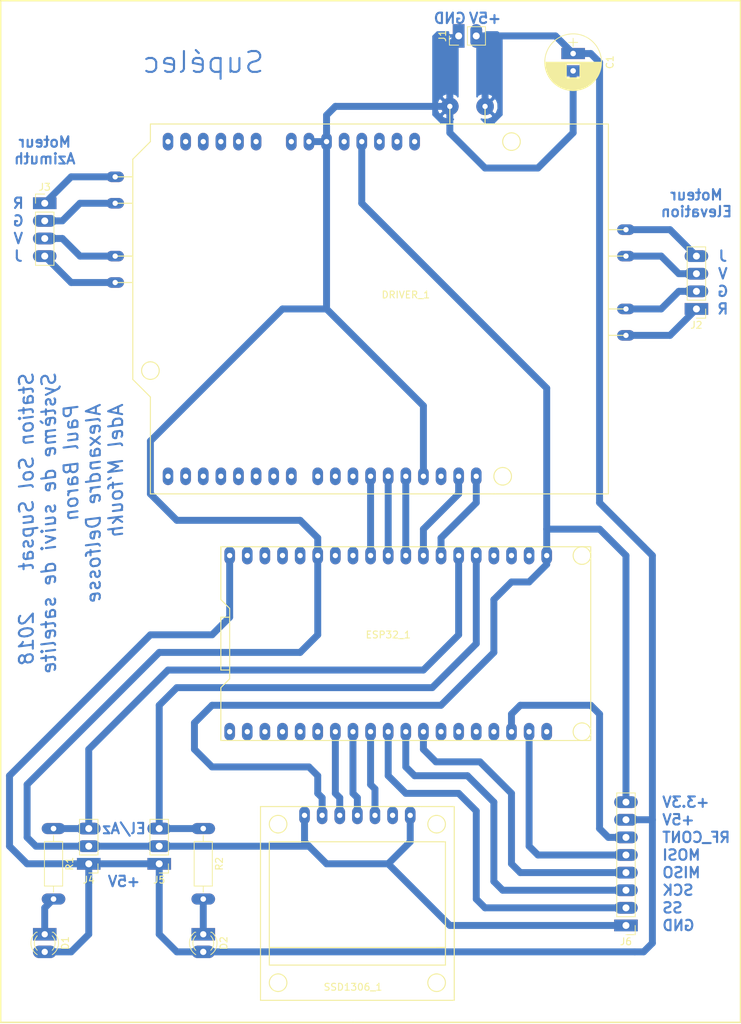
<source format=kicad_pcb>
(kicad_pcb (version 4) (host pcbnew 4.0.7)

  (general
    (links 49)
    (no_connects 0)
    (area 30.379999 27.839999 137.260001 176.01)
    (thickness 1.6)
    (drawings 30)
    (tracks 174)
    (zones 0)
    (modules 14)
    (nets 50)
  )

  (page A4)
  (title_block
    (title "Circuit Suivi")
    (date 2018-04-18)
    (company "Station Sol Supsat")
  )

  (layers
    (0 F.Cu signal)
    (31 B.Cu signal)
    (33 F.Adhes user)
    (35 F.Paste user)
    (37 F.SilkS user)
    (39 F.Mask user)
    (40 Dwgs.User user)
    (41 Cmts.User user)
    (42 Eco1.User user)
    (43 Eco2.User user)
    (44 Edge.Cuts user)
    (45 Margin user)
    (47 F.CrtYd user)
    (49 F.Fab user)
  )

  (setup
    (last_trace_width 1)
    (trace_clearance 0.5)
    (zone_clearance 0.508)
    (zone_45_only no)
    (trace_min 1)
    (segment_width 0.2)
    (edge_width 0.15)
    (via_size 0.6)
    (via_drill 0.4)
    (via_min_size 0.4)
    (via_min_drill 0.3)
    (uvia_size 0.3)
    (uvia_drill 0.1)
    (uvias_allowed no)
    (uvia_min_size 0.2)
    (uvia_min_drill 0.1)
    (pcb_text_width 0.3)
    (pcb_text_size 1.5 1.5)
    (mod_edge_width 0.15)
    (mod_text_size 1 1)
    (mod_text_width 0.15)
    (pad_size 1.524 1.524)
    (pad_drill 0.762)
    (pad_to_mask_clearance 0.2)
    (aux_axis_origin 0 0)
    (visible_elements 7FFFFFFF)
    (pcbplotparams
      (layerselection 0x2bfaa_80000001)
      (usegerberextensions false)
      (excludeedgelayer true)
      (linewidth 0.100000)
      (plotframeref false)
      (viasonmask false)
      (mode 1)
      (useauxorigin false)
      (hpglpennumber 1)
      (hpglpenspeed 20)
      (hpglpendiameter 15)
      (hpglpenoverlay 2)
      (psnegative false)
      (psa4output false)
      (plotreference true)
      (plotvalue true)
      (plotinvisibletext false)
      (padsonsilk false)
      (subtractmaskfromsilk false)
      (outputformat 5)
      (mirror true)
      (drillshape 2)
      (scaleselection 1)
      (outputdirectory v1.1bis/))
  )

  (net 0 "")
  (net 1 +5V)
  (net 2 GNDPWR)
  (net 3 "Net-(D1-Pad1)")
  (net 4 "Net-(D2-Pad1)")
  (net 5 +3V3)
  (net 6 SDA_DRIVER)
  (net 7 SCL_DRIVER)
  (net 8 "Net-(DRIVER_1-Pad14)")
  (net 9 "Net-(DRIVER_1-Pad13)")
  (net 10 "Net-(DRIVER_1-Pad12)")
  (net 11 "Net-(DRIVER_1-Pad11)")
  (net 12 "Net-(DRIVER_1-Pad7)")
  (net 13 "Net-(DRIVER_1-Pad8)")
  (net 14 "Net-(DRIVER_1-Pad9)")
  (net 15 "Net-(DRIVER_1-Pad10)")
  (net 16 "Net-(ESP32_1-Pad2)")
  (net 17 "Net-(ESP32_1-Pad3)")
  (net 18 "Net-(ESP32_1-Pad4)")
  (net 19 "Net-(ESP32_1-Pad12)")
  (net 20 "Net-(ESP32_1-Pad13)")
  (net 21 "Net-(ESP32_1-Pad15)")
  (net 22 "Net-(ESP32_1-Pad16)")
  (net 23 "Net-(ESP32_1-Pad17)")
  (net 24 "Net-(ESP32_1-Pad18)")
  (net 25 "Net-(ESP32_1-Pad20)")
  (net 26 "Net-(ESP32_1-Pad21)")
  (net 27 "Net-(ESP32_1-Pad22)")
  (net 28 "Net-(ESP32_1-Pad24)")
  (net 29 "Net-(ESP32_1-Pad25)")
  (net 30 RST_ECRAN)
  (net 31 HALL_AZ)
  (net 32 HALL_EL)
  (net 33 SDA_ECRAN)
  (net 34 "Net-(ESP32_1-Pad34)")
  (net 35 "Net-(ESP32_1-Pad35)")
  (net 36 SCL_ECRAN)
  (net 37 "Net-(SSD1306_1-Pad6)")
  (net 38 "Net-(ESP32_1-Pad23)")
  (net 39 RF_CONTROL)
  (net 40 SS)
  (net 41 SCK)
  (net 42 MISO)
  (net 43 MOSI)
  (net 44 "Net-(ESP32_1-Pad33)")
  (net 45 IO27)
  (net 46 IO26)
  (net 47 IO25)
  (net 48 "Net-(ESP32_1-Pad32)")
  (net 49 "Net-(ESP32_1-Pad38)")

  (net_class Default "Ceci est la Netclass par défaut"
    (clearance 0.5)
    (trace_width 1)
    (via_dia 0.6)
    (via_drill 0.4)
    (uvia_dia 0.3)
    (uvia_drill 0.1)
    (add_net +3V3)
    (add_net +5V)
    (add_net GNDPWR)
    (add_net HALL_AZ)
    (add_net HALL_EL)
    (add_net IO25)
    (add_net IO26)
    (add_net IO27)
    (add_net MISO)
    (add_net MOSI)
    (add_net "Net-(D1-Pad1)")
    (add_net "Net-(D2-Pad1)")
    (add_net "Net-(DRIVER_1-Pad10)")
    (add_net "Net-(DRIVER_1-Pad11)")
    (add_net "Net-(DRIVER_1-Pad12)")
    (add_net "Net-(DRIVER_1-Pad13)")
    (add_net "Net-(DRIVER_1-Pad14)")
    (add_net "Net-(DRIVER_1-Pad7)")
    (add_net "Net-(DRIVER_1-Pad8)")
    (add_net "Net-(DRIVER_1-Pad9)")
    (add_net "Net-(ESP32_1-Pad12)")
    (add_net "Net-(ESP32_1-Pad13)")
    (add_net "Net-(ESP32_1-Pad15)")
    (add_net "Net-(ESP32_1-Pad16)")
    (add_net "Net-(ESP32_1-Pad17)")
    (add_net "Net-(ESP32_1-Pad18)")
    (add_net "Net-(ESP32_1-Pad2)")
    (add_net "Net-(ESP32_1-Pad20)")
    (add_net "Net-(ESP32_1-Pad21)")
    (add_net "Net-(ESP32_1-Pad22)")
    (add_net "Net-(ESP32_1-Pad23)")
    (add_net "Net-(ESP32_1-Pad24)")
    (add_net "Net-(ESP32_1-Pad25)")
    (add_net "Net-(ESP32_1-Pad3)")
    (add_net "Net-(ESP32_1-Pad32)")
    (add_net "Net-(ESP32_1-Pad33)")
    (add_net "Net-(ESP32_1-Pad34)")
    (add_net "Net-(ESP32_1-Pad35)")
    (add_net "Net-(ESP32_1-Pad38)")
    (add_net "Net-(ESP32_1-Pad4)")
    (add_net "Net-(SSD1306_1-Pad6)")
    (add_net RF_CONTROL)
    (add_net RST_ECRAN)
    (add_net SCK)
    (add_net SCL_DRIVER)
    (add_net SCL_ECRAN)
    (add_net SDA_DRIVER)
    (add_net SDA_ECRAN)
    (add_net SS)
  )

  (module station_sol:Adafruit_Motor_Driver (layer F.Cu) (tedit 5AD73192) (tstamp 5AD65AB8)
    (at 54.61 48.26)
    (path /5AD627BD)
    (fp_text reference DRIVER_1 (at 34.29 22.09) (layer F.SilkS)
      (effects (font (size 1 1) (thickness 0.15)))
    )
    (fp_text value Adafruit_Motor_Driver (at 34.29 21.09) (layer F.Fab)
      (effects (font (size 1 1) (thickness 0.15)))
    )
    (fp_line (start -5.08 16.51) (end -7.62 16.51) (layer F.SilkS) (width 0.15))
    (fp_line (start -5.08 20.32) (end -7.62 20.32) (layer F.SilkS) (width 0.15))
    (fp_line (start -5.08 8.89) (end -7.62 8.89) (layer F.SilkS) (width 0.15))
    (fp_line (start -5.08 5.08) (end -7.62 5.08) (layer F.SilkS) (width 0.15))
    (fp_line (start 63.5 27.94) (end 66.04 27.94) (layer F.SilkS) (width 0.15))
    (fp_line (start 63.5 24.13) (end 66.04 24.13) (layer F.SilkS) (width 0.15))
    (fp_line (start 63.5 16.51) (end 66.04 16.51) (layer F.SilkS) (width 0.15))
    (fp_line (start 63.5 12.7) (end 66.04 12.7) (layer F.SilkS) (width 0.15))
    (fp_line (start 45.72 -2.54) (end 45.72 -5.08) (layer F.SilkS) (width 0.15))
    (fp_line (start 40.64 -2.54) (end 40.64 -5.08) (layer F.SilkS) (width 0.15))
    (fp_circle (center 48.26 48.26) (end 46.99 48.26) (layer F.SilkS) (width 0.15))
    (fp_circle (center 49.53 0) (end 49.53 -1.27) (layer F.SilkS) (width 0.15))
    (fp_circle (center -2.54 33.02) (end -3.81 33.02) (layer F.SilkS) (width 0.15))
    (fp_line (start 36.83 -2.54) (end 63.5 -2.54) (layer F.SilkS) (width 0.15))
    (fp_line (start 63.5 -2.54) (end 63.5 50.8) (layer F.SilkS) (width 0.15))
    (fp_line (start 63.5 50.8) (end 46.99 50.8) (layer F.SilkS) (width 0.15))
    (fp_line (start -1.27 -2.54) (end -2.54 -2.54) (layer F.SilkS) (width 0.15))
    (fp_line (start -2.54 -2.54) (end -2.54 0) (layer F.SilkS) (width 0.15))
    (fp_line (start -2.54 0) (end -5.08 2.54) (layer F.SilkS) (width 0.15))
    (fp_line (start -5.08 2.54) (end -5.08 34.29) (layer F.SilkS) (width 0.15))
    (fp_line (start -5.08 34.29) (end -2.54 36.83) (layer F.SilkS) (width 0.15))
    (fp_line (start -2.54 36.83) (end -2.54 50.8) (layer F.SilkS) (width 0.15))
    (fp_line (start -2.54 50.8) (end 46.99 50.8) (layer F.SilkS) (width 0.15))
    (fp_line (start -1.27 -2.54) (end 36.83 -2.54) (layer F.SilkS) (width 0.15))
    (pad 31 thru_hole oval (at 0 0) (size 1.524 2.54) (drill 0.762) (layers *.Cu *.Mask))
    (pad 32 thru_hole oval (at 2.54 0) (size 1.524 2.54) (drill 0.762) (layers *.Cu *.Mask))
    (pad 33 thru_hole oval (at 5.08 0) (size 1.524 2.54) (drill 0.762) (layers *.Cu *.Mask))
    (pad 34 thru_hole oval (at 7.62 0) (size 1.524 2.54) (drill 0.762) (layers *.Cu *.Mask))
    (pad 35 thru_hole oval (at 10.16 0) (size 1.524 2.54) (drill 0.762) (layers *.Cu *.Mask))
    (pad 36 thru_hole oval (at 12.7 0) (size 1.524 2.54) (drill 0.762) (layers *.Cu *.Mask))
    (pad 37 thru_hole oval (at 17.78 0) (size 1.524 2.54) (drill 0.762) (layers *.Cu *.Mask))
    (pad 2 thru_hole oval (at 20.32 0) (size 1.524 2.54) (drill 0.762) (layers *.Cu *.Mask)
      (net 2 GNDPWR))
    (pad 2 thru_hole oval (at 22.86 0) (size 1.524 2.54) (drill 0.762) (layers *.Cu *.Mask)
      (net 2 GNDPWR))
    (pad 38 thru_hole oval (at 25.4 0) (size 1.524 2.54) (drill 0.762) (layers *.Cu *.Mask))
    (pad 1 thru_hole oval (at 27.94 0) (size 1.524 2.54) (drill 0.762) (layers *.Cu *.Mask)
      (net 5 +3V3))
    (pad 39 thru_hole oval (at 30.48 0) (size 1.524 2.54) (drill 0.762) (layers *.Cu *.Mask))
    (pad 40 thru_hole oval (at 33.02 0) (size 1.524 2.54) (drill 0.762) (layers *.Cu *.Mask))
    (pad 41 thru_hole oval (at 35.56 0) (size 1.524 2.54) (drill 0.762) (layers *.Cu *.Mask))
    (pad 15 thru_hole oval (at 0 48.26) (size 1.524 2.54) (drill 0.762) (layers *.Cu *.Mask))
    (pad 16 thru_hole oval (at 2.54 48.26) (size 1.524 2.54) (drill 0.762) (layers *.Cu *.Mask))
    (pad 17 thru_hole oval (at 5.08 48.26) (size 1.524 2.54) (drill 0.762) (layers *.Cu *.Mask))
    (pad 18 thru_hole oval (at 7.62 48.26) (size 1.524 2.54) (drill 0.762) (layers *.Cu *.Mask))
    (pad 19 thru_hole oval (at 10.16 48.26) (size 1.524 2.54) (drill 0.762) (layers *.Cu *.Mask))
    (pad 20 thru_hole oval (at 12.7 48.26) (size 1.524 2.54) (drill 0.762) (layers *.Cu *.Mask))
    (pad 21 thru_hole oval (at 15.24 48.26) (size 1.524 2.54) (drill 0.762) (layers *.Cu *.Mask))
    (pad 22 thru_hole oval (at 17.78 48.26) (size 1.524 2.54) (drill 0.762) (layers *.Cu *.Mask))
    (pad 23 thru_hole oval (at 21.59 48.26) (size 1.524 2.54) (drill 0.762) (layers *.Cu *.Mask))
    (pad 24 thru_hole oval (at 24.13 48.26) (size 1.524 2.54) (drill 0.762) (layers *.Cu *.Mask))
    (pad 25 thru_hole oval (at 26.67 48.26) (size 1.524 2.54) (drill 0.762) (layers *.Cu *.Mask))
    (pad 26 thru_hole oval (at 29.21 48.26) (size 1.524 2.54) (drill 0.762) (layers *.Cu *.Mask)
      (net 45 IO27))
    (pad 27 thru_hole oval (at 31.75 48.26) (size 1.524 2.54) (drill 0.762) (layers *.Cu *.Mask)
      (net 46 IO26))
    (pad 28 thru_hole oval (at 34.29 48.26) (size 1.524 2.54) (drill 0.762) (layers *.Cu *.Mask)
      (net 47 IO25))
    (pad 2 thru_hole oval (at 36.83 48.26) (size 1.524 2.54) (drill 0.762) (layers *.Cu *.Mask)
      (net 2 GNDPWR))
    (pad 30 thru_hole oval (at 39.37 48.26) (size 1.524 2.54) (drill 0.762) (layers *.Cu *.Mask))
    (pad 4 thru_hole oval (at 41.91 48.26) (size 1.524 2.54) (drill 0.762) (layers *.Cu *.Mask)
      (net 6 SDA_DRIVER))
    (pad 3 thru_hole oval (at 44.45 48.26) (size 1.524 2.54) (drill 0.762) (layers *.Cu *.Mask)
      (net 7 SCL_DRIVER))
    (pad 14 thru_hole oval (at -7.62 5.08 270) (size 1.524 2.54) (drill 0.762) (layers *.Cu *.Mask)
      (net 8 "Net-(DRIVER_1-Pad14)"))
    (pad 13 thru_hole oval (at -7.62 8.89 270) (size 1.524 2.54) (drill 0.762) (layers *.Cu *.Mask)
      (net 9 "Net-(DRIVER_1-Pad13)"))
    (pad 12 thru_hole oval (at -7.62 16.51 270) (size 1.524 2.54) (drill 0.762) (layers *.Cu *.Mask)
      (net 10 "Net-(DRIVER_1-Pad12)"))
    (pad 11 thru_hole oval (at -7.62 20.32 270) (size 1.524 2.54) (drill 0.762) (layers *.Cu *.Mask)
      (net 11 "Net-(DRIVER_1-Pad11)"))
    (pad 7 thru_hole oval (at 66.04 12.7 90) (size 1.524 2.54) (drill 0.762) (layers *.Cu *.Mask)
      (net 12 "Net-(DRIVER_1-Pad7)"))
    (pad 8 thru_hole oval (at 66.04 16.51 90) (size 1.524 2.54) (drill 0.762) (layers *.Cu *.Mask)
      (net 13 "Net-(DRIVER_1-Pad8)"))
    (pad 9 thru_hole oval (at 66.04 24.13 90) (size 1.524 2.54) (drill 0.762) (layers *.Cu *.Mask)
      (net 14 "Net-(DRIVER_1-Pad9)"))
    (pad 10 thru_hole oval (at 66.04 27.94 90) (size 1.524 2.54) (drill 0.762) (layers *.Cu *.Mask)
      (net 15 "Net-(DRIVER_1-Pad10)"))
    (pad 6 thru_hole circle (at 40.64 -5.08) (size 2.54 2.54) (drill 0.762) (layers *.Cu *.Mask)
      (net 2 GNDPWR))
    (pad 5 thru_hole circle (at 45.72 -5.08) (size 2.54 2.54) (drill 0.762) (layers *.Cu *.Mask)
      (net 1 +5V))
  )

  (module station_sol:ESP32_devkit (layer F.Cu) (tedit 5AD74080) (tstamp 5AD65AF2)
    (at 53.34 130.81)
    (path /5AD620AB)
    (fp_text reference ESP32_1 (at 33.02 -11.43) (layer F.SilkS)
      (effects (font (size 1 1) (thickness 0.15)))
    )
    (fp_text value ESP32_devkit (at 33.02 -13.97) (layer F.Fab)
      (effects (font (size 1 1) (thickness 0.15)))
    )
    (fp_line (start 62.23 3.81) (end 62.23 1.27) (layer F.SilkS) (width 0.15))
    (fp_line (start 8.89 -8.89) (end 8.89 -11.43) (layer F.SilkS) (width 0.15))
    (fp_line (start 10.16 -5.08) (end 10.16 -7.62) (layer F.SilkS) (width 0.15))
    (fp_circle (center 60.96 -22.86) (end 62.23 -22.86) (layer F.SilkS) (width 0.15))
    (fp_circle (center 60.96 2.54) (end 62.23 2.54) (layer F.SilkS) (width 0.15))
    (fp_line (start 8.89 -16.51) (end 8.89 -21.59) (layer F.SilkS) (width 0.15))
    (fp_line (start 8.89 -6.35) (end 8.89 -8.89) (layer F.SilkS) (width 0.15))
    (fp_line (start 8.89 3.81) (end 8.89 -3.81) (layer F.SilkS) (width 0.15))
    (fp_line (start 10.16 -13.97) (end 8.89 -13.97) (layer F.SilkS) (width 0.15))
    (fp_line (start 10.16 -6.35) (end 8.89 -6.35) (layer F.SilkS) (width 0.15))
    (fp_line (start 8.89 -16.51) (end 10.16 -15.24) (layer F.SilkS) (width 0.15))
    (fp_line (start 10.16 -15.24) (end 10.16 -7.62) (layer F.SilkS) (width 0.15))
    (fp_line (start 10.16 -5.08) (end 8.89 -3.81) (layer F.SilkS) (width 0.15))
    (fp_line (start 8.89 -13.97) (end 8.89 -11.43) (layer F.SilkS) (width 0.15))
    (fp_line (start 8.89 -24.13) (end 8.89 -21.59) (layer F.SilkS) (width 0.15))
    (fp_line (start 8.89 3.81) (end 62.23 3.81) (layer F.SilkS) (width 0.15))
    (fp_line (start 62.23 1.27) (end 62.23 -24.13) (layer F.SilkS) (width 0.15))
    (fp_line (start 62.23 -24.13) (end 8.89 -24.13) (layer F.SilkS) (width 0.15))
    (fp_line (start 8.89 -24.13) (end 8.89 -21.59) (layer F.SilkS) (width 0.15))
    (pad 1 thru_hole oval (at 55.88 -22.86 180) (size 1.524 2.54) (drill 0.762) (layers *.Cu *.Mask)
      (net 5 +3V3))
    (pad 2 thru_hole oval (at 53.34 -22.86 180) (size 1.524 2.54) (drill 0.762) (layers *.Cu *.Mask)
      (net 16 "Net-(ESP32_1-Pad2)"))
    (pad 3 thru_hole oval (at 50.8 -22.86 180) (size 1.524 2.54) (drill 0.762) (layers *.Cu *.Mask)
      (net 17 "Net-(ESP32_1-Pad3)"))
    (pad 4 thru_hole oval (at 48.26 -22.86 180) (size 1.524 2.54) (drill 0.762) (layers *.Cu *.Mask)
      (net 18 "Net-(ESP32_1-Pad4)"))
    (pad 5 thru_hole oval (at 45.72 -22.86 180) (size 1.524 2.54) (drill 0.762) (layers *.Cu *.Mask)
      (net 32 HALL_EL))
    (pad 6 thru_hole oval (at 43.18 -22.86 180) (size 1.524 2.54) (drill 0.762) (layers *.Cu *.Mask)
      (net 31 HALL_AZ))
    (pad 7 thru_hole oval (at 40.64 -22.86 180) (size 1.524 2.54) (drill 0.762) (layers *.Cu *.Mask)
      (net 7 SCL_DRIVER))
    (pad 8 thru_hole oval (at 38.1 -22.86 180) (size 1.524 2.54) (drill 0.762) (layers *.Cu *.Mask)
      (net 6 SDA_DRIVER))
    (pad 9 thru_hole oval (at 35.56 -22.86 180) (size 1.524 2.54) (drill 0.762) (layers *.Cu *.Mask)
      (net 47 IO25))
    (pad 10 thru_hole oval (at 33.02 -22.86 180) (size 1.524 2.54) (drill 0.762) (layers *.Cu *.Mask)
      (net 46 IO26))
    (pad 11 thru_hole oval (at 30.48 -22.86 180) (size 1.524 2.54) (drill 0.762) (layers *.Cu *.Mask)
      (net 45 IO27))
    (pad 12 thru_hole oval (at 27.94 -22.86 180) (size 1.524 2.54) (drill 0.762) (layers *.Cu *.Mask)
      (net 19 "Net-(ESP32_1-Pad12)"))
    (pad 13 thru_hole oval (at 25.4 -22.86 180) (size 1.524 2.54) (drill 0.762) (layers *.Cu *.Mask)
      (net 20 "Net-(ESP32_1-Pad13)"))
    (pad 14 thru_hole oval (at 22.86 -22.86 180) (size 1.524 2.54) (drill 0.762) (layers *.Cu *.Mask)
      (net 2 GNDPWR))
    (pad 15 thru_hole oval (at 20.32 -22.86 180) (size 1.524 2.54) (drill 0.762) (layers *.Cu *.Mask)
      (net 21 "Net-(ESP32_1-Pad15)"))
    (pad 16 thru_hole oval (at 17.78 -22.86 180) (size 1.524 2.54) (drill 0.762) (layers *.Cu *.Mask)
      (net 22 "Net-(ESP32_1-Pad16)"))
    (pad 17 thru_hole oval (at 15.24 -22.86 180) (size 1.524 2.54) (drill 0.762) (layers *.Cu *.Mask)
      (net 23 "Net-(ESP32_1-Pad17)"))
    (pad 18 thru_hole oval (at 12.7 -22.86 180) (size 1.524 2.54) (drill 0.762) (layers *.Cu *.Mask)
      (net 24 "Net-(ESP32_1-Pad18)"))
    (pad 19 thru_hole oval (at 10.16 -22.86 180) (size 1.524 2.54) (drill 0.762) (layers *.Cu *.Mask)
      (net 1 +5V))
    (pad 20 thru_hole oval (at 10.16 2.54 180) (size 1.524 2.54) (drill 0.762) (layers *.Cu *.Mask)
      (net 25 "Net-(ESP32_1-Pad20)"))
    (pad 21 thru_hole oval (at 12.7 2.54 180) (size 1.524 2.54) (drill 0.762) (layers *.Cu *.Mask)
      (net 26 "Net-(ESP32_1-Pad21)"))
    (pad 22 thru_hole oval (at 15.24 2.54 180) (size 1.524 2.54) (drill 0.762) (layers *.Cu *.Mask)
      (net 27 "Net-(ESP32_1-Pad22)"))
    (pad 23 thru_hole oval (at 17.78 2.54 180) (size 1.524 2.54) (drill 0.762) (layers *.Cu *.Mask)
      (net 38 "Net-(ESP32_1-Pad23)"))
    (pad 24 thru_hole oval (at 20.32 2.54 180) (size 1.524 2.54) (drill 0.762) (layers *.Cu *.Mask)
      (net 28 "Net-(ESP32_1-Pad24)"))
    (pad 25 thru_hole oval (at 22.86 2.54 180) (size 1.524 2.54) (drill 0.762) (layers *.Cu *.Mask)
      (net 29 "Net-(ESP32_1-Pad25)"))
    (pad 26 thru_hole oval (at 25.4 2.54 180) (size 1.524 2.54) (drill 0.762) (layers *.Cu *.Mask)
      (net 36 SCL_ECRAN))
    (pad 27 thru_hole oval (at 27.94 2.54 180) (size 1.524 2.54) (drill 0.762) (layers *.Cu *.Mask)
      (net 33 SDA_ECRAN))
    (pad 28 thru_hole oval (at 30.48 2.54 180) (size 1.524 2.54) (drill 0.762) (layers *.Cu *.Mask)
      (net 30 RST_ECRAN))
    (pad 29 thru_hole oval (at 33.02 2.54 180) (size 1.524 2.54) (drill 0.762) (layers *.Cu *.Mask)
      (net 40 SS))
    (pad 30 thru_hole oval (at 35.56 2.54 180) (size 1.524 2.54) (drill 0.762) (layers *.Cu *.Mask)
      (net 41 SCK))
    (pad 31 thru_hole oval (at 38.1 2.54 180) (size 1.524 2.54) (drill 0.762) (layers *.Cu *.Mask)
      (net 42 MISO))
    (pad 32 thru_hole oval (at 40.64 2.54 180) (size 1.524 2.54) (drill 0.762) (layers *.Cu *.Mask)
      (net 48 "Net-(ESP32_1-Pad32)"))
    (pad 33 thru_hole oval (at 43.18 2.54 180) (size 1.524 2.54) (drill 0.762) (layers *.Cu *.Mask)
      (net 44 "Net-(ESP32_1-Pad33)"))
    (pad 34 thru_hole oval (at 45.72 2.54 180) (size 1.524 2.54) (drill 0.762) (layers *.Cu *.Mask)
      (net 34 "Net-(ESP32_1-Pad34)"))
    (pad 35 thru_hole oval (at 48.26 2.54 180) (size 1.524 2.54) (drill 0.762) (layers *.Cu *.Mask)
      (net 35 "Net-(ESP32_1-Pad35)"))
    (pad 36 thru_hole oval (at 50.8 2.54 180) (size 1.524 2.54) (drill 0.762) (layers *.Cu *.Mask)
      (net 39 RF_CONTROL))
    (pad 37 thru_hole oval (at 53.34 2.54 180) (size 1.524 2.54) (drill 0.762) (layers *.Cu *.Mask)
      (net 43 MOSI))
    (pad 38 thru_hole oval (at 55.88 2.54 180) (size 1.524 2.54) (drill 0.762) (layers *.Cu *.Mask)
      (net 49 "Net-(ESP32_1-Pad38)"))
  )

  (module station_sol:SSD1306 (layer F.Cu) (tedit 5AD72DC9) (tstamp 5AD65B5F)
    (at 64.77 175.26)
    (path /5AD658EE)
    (fp_text reference SSD1306_1 (at 16.51 -5.08) (layer F.SilkS)
      (effects (font (size 1 1) (thickness 0.15)))
    )
    (fp_text value SSD1306 (at 16.51 -6.35) (layer F.Fab)
      (effects (font (size 1 1) (thickness 0.15)))
    )
    (fp_line (start 28.575 -10.795) (end 29.845 -10.795) (layer F.SilkS) (width 0.15))
    (fp_line (start 29.845 -10.795) (end 29.845 -26.035) (layer F.SilkS) (width 0.15))
    (fp_line (start 29.845 -26.035) (end 4.445 -26.035) (layer F.SilkS) (width 0.15))
    (fp_line (start 4.445 -26.035) (end 4.445 -10.795) (layer F.SilkS) (width 0.15))
    (fp_line (start 4.445 -10.795) (end 28.575 -10.795) (layer F.SilkS) (width 0.15))
    (fp_line (start 28.575 -10.795) (end 29.845 -10.795) (layer F.SilkS) (width 0.15))
    (fp_line (start 29.845 -10.795) (end 29.845 -8.255) (layer F.SilkS) (width 0.15))
    (fp_line (start 29.845 -8.255) (end 4.445 -8.255) (layer F.SilkS) (width 0.15))
    (fp_line (start 4.445 -8.255) (end 4.445 -10.795) (layer F.SilkS) (width 0.15))
    (fp_circle (center 5.715 -5.715) (end 5.715 -4.445) (layer F.SilkS) (width 0.15))
    (fp_circle (center 28.575 -5.715) (end 28.575 -4.445) (layer F.SilkS) (width 0.15))
    (fp_circle (center 28.575 -28.575) (end 29.845 -28.575) (layer F.SilkS) (width 0.15))
    (fp_circle (center 5.715 -28.575) (end 4.445 -28.575) (layer F.SilkS) (width 0.15))
    (fp_line (start 26.035 -31.115) (end 31.115 -31.115) (layer F.SilkS) (width 0.15))
    (fp_line (start 31.115 -31.115) (end 31.115 -3.175) (layer F.SilkS) (width 0.15))
    (fp_line (start 31.115 -3.175) (end 3.175 -3.175) (layer F.SilkS) (width 0.15))
    (fp_line (start 26.035 -31.115) (end 3.175 -31.115) (layer F.SilkS) (width 0.15))
    (fp_line (start 3.175 -31.115) (end 3.175 -3.175) (layer F.SilkS) (width 0.15))
    (pad 7 thru_hole oval (at 24.765 -29.845 180) (size 1.524 2.54) (drill 0.762) (layers *.Cu *.Mask)
      (net 2 GNDPWR))
    (pad 6 thru_hole oval (at 22.225 -29.845 180) (size 1.524 2.54) (drill 0.762) (layers *.Cu *.Mask)
      (net 37 "Net-(SSD1306_1-Pad6)"))
    (pad 5 thru_hole oval (at 19.685 -29.845 180) (size 1.524 2.54) (drill 0.762) (layers *.Cu *.Mask)
      (net 30 RST_ECRAN))
    (pad 4 thru_hole oval (at 17.145 -29.845 180) (size 1.524 2.54) (drill 0.762) (layers *.Cu *.Mask)
      (net 33 SDA_ECRAN))
    (pad 3 thru_hole oval (at 14.605 -29.845 180) (size 1.524 2.54) (drill 0.762) (layers *.Cu *.Mask)
      (net 36 SCL_ECRAN))
    (pad 2 thru_hole oval (at 12.065 -29.845 180) (size 1.524 2.54) (drill 0.762) (layers *.Cu *.Mask)
      (net 5 +3V3))
    (pad 1 thru_hole oval (at 9.525 -29.845 180) (size 1.524 2.54) (drill 0.762) (layers *.Cu *.Mask)
      (net 2 GNDPWR))
  )

  (module station_sol:Pin_Header_Straight_1x08_Pitch2.54mm (layer F.Cu) (tedit 5AD84CB9) (tstamp 5AD75818)
    (at 120.65 161.29 180)
    (descr "Through hole straight pin header, 1x08, 2.54mm pitch, single row")
    (tags "Through hole pin header THT 1x08 2.54mm single row")
    (path /5AD753C9)
    (fp_text reference J6 (at 0 -2.33 180) (layer F.SilkS)
      (effects (font (size 1 1) (thickness 0.15)))
    )
    (fp_text value Conn_01x08 (at 0 20.11 180) (layer F.Fab)
      (effects (font (size 1 1) (thickness 0.15)))
    )
    (fp_line (start -0.635 -1.27) (end 1.27 -1.27) (layer F.Fab) (width 0.1))
    (fp_line (start 1.27 -1.27) (end 1.27 19.05) (layer F.Fab) (width 0.1))
    (fp_line (start 1.27 19.05) (end -1.27 19.05) (layer F.Fab) (width 0.1))
    (fp_line (start -1.27 19.05) (end -1.27 -0.635) (layer F.Fab) (width 0.1))
    (fp_line (start -1.27 -0.635) (end -0.635 -1.27) (layer F.Fab) (width 0.1))
    (fp_line (start -1.33 19.11) (end 1.33 19.11) (layer F.SilkS) (width 0.12))
    (fp_line (start -1.33 1.27) (end -1.33 19.11) (layer F.SilkS) (width 0.12))
    (fp_line (start 1.33 1.27) (end 1.33 19.11) (layer F.SilkS) (width 0.12))
    (fp_line (start -1.33 1.27) (end 1.33 1.27) (layer F.SilkS) (width 0.12))
    (fp_line (start -1.33 0) (end -1.33 -1.33) (layer F.SilkS) (width 0.12))
    (fp_line (start -1.33 -1.33) (end 0 -1.33) (layer F.SilkS) (width 0.12))
    (fp_line (start -1.8 -1.8) (end -1.8 19.55) (layer F.CrtYd) (width 0.05))
    (fp_line (start -1.8 19.55) (end 1.8 19.55) (layer F.CrtYd) (width 0.05))
    (fp_line (start 1.8 19.55) (end 1.8 -1.8) (layer F.CrtYd) (width 0.05))
    (fp_line (start 1.8 -1.8) (end -1.8 -1.8) (layer F.CrtYd) (width 0.05))
    (fp_text user %R (at 0 8.89 270) (layer F.Fab)
      (effects (font (size 1 1) (thickness 0.15)))
    )
    (pad 1 thru_hole rect (at 0 0 270) (size 1.7 3.4) (drill 1) (layers *.Cu *.Mask)
      (net 2 GNDPWR))
    (pad 2 thru_hole oval (at 0 2.54 270) (size 1.7 3.4) (drill 1) (layers *.Cu *.Mask)
      (net 40 SS))
    (pad 3 thru_hole oval (at 0 5.08 270) (size 1.7 3.4) (drill 1) (layers *.Cu *.Mask)
      (net 41 SCK))
    (pad 4 thru_hole oval (at 0 7.62 270) (size 1.7 3.4) (drill 1) (layers *.Cu *.Mask)
      (net 42 MISO))
    (pad 5 thru_hole oval (at 0 10.16 270) (size 1.7 3.4) (drill 1) (layers *.Cu *.Mask)
      (net 43 MOSI))
    (pad 6 thru_hole oval (at 0 12.7 270) (size 1.7 3.4) (drill 1) (layers *.Cu *.Mask)
      (net 39 RF_CONTROL))
    (pad 7 thru_hole oval (at 0 15.24 270) (size 1.7 3.4) (drill 1) (layers *.Cu *.Mask)
      (net 1 +5V))
    (pad 8 thru_hole oval (at 0 17.78 270) (size 1.7 3.4) (drill 1) (layers *.Cu *.Mask)
      (net 5 +3V3))
    (model ${KISYS3DMOD}/Pin_Headers.3dshapes/Pin_Header_Straight_1x08_Pitch2.54mm.wrl
      (at (xyz 0 0 0))
      (scale (xyz 1 1 1))
      (rotate (xyz 0 0 0))
    )
  )

  (module station_sol:Pin_Header_Straight_1x03_Pitch2.54mm (layer F.Cu) (tedit 5AD84E98) (tstamp 5AD65B0F)
    (at 43.18 152.4 180)
    (descr "Through hole straight pin header, 1x03, 2.54mm pitch, single row")
    (tags "Through hole pin header THT 1x03 2.54mm single row")
    (path /5AD62B8E)
    (fp_text reference J4 (at 0 -2.33 180) (layer F.SilkS)
      (effects (font (size 1 1) (thickness 0.15)))
    )
    (fp_text value Conn_01x03 (at 0 7.41 180) (layer F.Fab)
      (effects (font (size 1 1) (thickness 0.15)))
    )
    (fp_line (start -0.635 -1.27) (end 1.27 -1.27) (layer F.Fab) (width 0.1))
    (fp_line (start 1.27 -1.27) (end 1.27 6.35) (layer F.Fab) (width 0.1))
    (fp_line (start 1.27 6.35) (end -1.27 6.35) (layer F.Fab) (width 0.1))
    (fp_line (start -1.27 6.35) (end -1.27 -0.635) (layer F.Fab) (width 0.1))
    (fp_line (start -1.27 -0.635) (end -0.635 -1.27) (layer F.Fab) (width 0.1))
    (fp_line (start -1.33 6.41) (end 1.33 6.41) (layer F.SilkS) (width 0.12))
    (fp_line (start -1.33 1.27) (end -1.33 6.41) (layer F.SilkS) (width 0.12))
    (fp_line (start 1.33 1.27) (end 1.33 6.41) (layer F.SilkS) (width 0.12))
    (fp_line (start -1.33 1.27) (end 1.33 1.27) (layer F.SilkS) (width 0.12))
    (fp_line (start -1.33 0) (end -1.33 -1.33) (layer F.SilkS) (width 0.12))
    (fp_line (start -1.33 -1.33) (end 0 -1.33) (layer F.SilkS) (width 0.12))
    (fp_line (start -1.8 -1.8) (end -1.8 6.85) (layer F.CrtYd) (width 0.05))
    (fp_line (start -1.8 6.85) (end 1.8 6.85) (layer F.CrtYd) (width 0.05))
    (fp_line (start 1.8 6.85) (end 1.8 -1.8) (layer F.CrtYd) (width 0.05))
    (fp_line (start 1.8 -1.8) (end -1.8 -1.8) (layer F.CrtYd) (width 0.05))
    (fp_text user %R (at 0 2.54 270) (layer F.Fab)
      (effects (font (size 1 1) (thickness 0.15)))
    )
    (pad 1 thru_hole rect (at 0 0 180) (size 3.4 1.7) (drill 1) (layers *.Cu *.Mask)
      (net 1 +5V))
    (pad 2 thru_hole oval (at 0 2.54 180) (size 3.4 1.7) (drill 1) (layers *.Cu *.Mask)
      (net 2 GNDPWR))
    (pad 3 thru_hole oval (at 0 5.08 180) (size 3.4 1.7) (drill 1) (layers *.Cu *.Mask)
      (net 31 HALL_AZ))
    (model ${KISYS3DMOD}/Pin_Headers.3dshapes/Pin_Header_Straight_1x03_Pitch2.54mm.wrl
      (at (xyz 0 0 0))
      (scale (xyz 1 1 1))
      (rotate (xyz 0 0 0))
    )
  )

  (module station_sol:Pin_Header_Straight_1x03_Pitch2.54mm (layer F.Cu) (tedit 5AD84E98) (tstamp 5AD65B16)
    (at 53.34 152.4 180)
    (descr "Through hole straight pin header, 1x03, 2.54mm pitch, single row")
    (tags "Through hole pin header THT 1x03 2.54mm single row")
    (path /5AD64F1F)
    (fp_text reference J5 (at 0 -2.33 180) (layer F.SilkS)
      (effects (font (size 1 1) (thickness 0.15)))
    )
    (fp_text value Conn_01x03 (at 0 7.41 180) (layer F.Fab)
      (effects (font (size 1 1) (thickness 0.15)))
    )
    (fp_line (start -0.635 -1.27) (end 1.27 -1.27) (layer F.Fab) (width 0.1))
    (fp_line (start 1.27 -1.27) (end 1.27 6.35) (layer F.Fab) (width 0.1))
    (fp_line (start 1.27 6.35) (end -1.27 6.35) (layer F.Fab) (width 0.1))
    (fp_line (start -1.27 6.35) (end -1.27 -0.635) (layer F.Fab) (width 0.1))
    (fp_line (start -1.27 -0.635) (end -0.635 -1.27) (layer F.Fab) (width 0.1))
    (fp_line (start -1.33 6.41) (end 1.33 6.41) (layer F.SilkS) (width 0.12))
    (fp_line (start -1.33 1.27) (end -1.33 6.41) (layer F.SilkS) (width 0.12))
    (fp_line (start 1.33 1.27) (end 1.33 6.41) (layer F.SilkS) (width 0.12))
    (fp_line (start -1.33 1.27) (end 1.33 1.27) (layer F.SilkS) (width 0.12))
    (fp_line (start -1.33 0) (end -1.33 -1.33) (layer F.SilkS) (width 0.12))
    (fp_line (start -1.33 -1.33) (end 0 -1.33) (layer F.SilkS) (width 0.12))
    (fp_line (start -1.8 -1.8) (end -1.8 6.85) (layer F.CrtYd) (width 0.05))
    (fp_line (start -1.8 6.85) (end 1.8 6.85) (layer F.CrtYd) (width 0.05))
    (fp_line (start 1.8 6.85) (end 1.8 -1.8) (layer F.CrtYd) (width 0.05))
    (fp_line (start 1.8 -1.8) (end -1.8 -1.8) (layer F.CrtYd) (width 0.05))
    (fp_text user %R (at 0 2.54 270) (layer F.Fab)
      (effects (font (size 1 1) (thickness 0.15)))
    )
    (pad 1 thru_hole rect (at 0 0 180) (size 3.4 1.7) (drill 1) (layers *.Cu *.Mask)
      (net 1 +5V))
    (pad 2 thru_hole oval (at 0 2.54 180) (size 3.4 1.7) (drill 1) (layers *.Cu *.Mask)
      (net 2 GNDPWR))
    (pad 3 thru_hole oval (at 0 5.08 180) (size 3.4 1.7) (drill 1) (layers *.Cu *.Mask)
      (net 32 HALL_EL))
    (model ${KISYS3DMOD}/Pin_Headers.3dshapes/Pin_Header_Straight_1x03_Pitch2.54mm.wrl
      (at (xyz 0 0 0))
      (scale (xyz 1 1 1))
      (rotate (xyz 0 0 0))
    )
  )

  (module station_sol:Pin_Header_Straight_1x04_Pitch2.54mm (layer F.Cu) (tedit 5AD84E7F) (tstamp 5AD65B08)
    (at 36.83 57.15)
    (descr "Through hole straight pin header, 1x04, 2.54mm pitch, single row")
    (tags "Through hole pin header THT 1x04 2.54mm single row")
    (path /5AD62E9F)
    (fp_text reference J3 (at 0 -2.33) (layer F.SilkS)
      (effects (font (size 1 1) (thickness 0.15)))
    )
    (fp_text value Conn_01x04 (at 0 9.95) (layer F.Fab)
      (effects (font (size 1 1) (thickness 0.15)))
    )
    (fp_line (start -0.635 -1.27) (end 1.27 -1.27) (layer F.Fab) (width 0.1))
    (fp_line (start 1.27 -1.27) (end 1.27 8.89) (layer F.Fab) (width 0.1))
    (fp_line (start 1.27 8.89) (end -1.27 8.89) (layer F.Fab) (width 0.1))
    (fp_line (start -1.27 8.89) (end -1.27 -0.635) (layer F.Fab) (width 0.1))
    (fp_line (start -1.27 -0.635) (end -0.635 -1.27) (layer F.Fab) (width 0.1))
    (fp_line (start -1.33 8.95) (end 1.33 8.95) (layer F.SilkS) (width 0.12))
    (fp_line (start -1.33 1.27) (end -1.33 8.95) (layer F.SilkS) (width 0.12))
    (fp_line (start 1.33 1.27) (end 1.33 8.95) (layer F.SilkS) (width 0.12))
    (fp_line (start -1.33 1.27) (end 1.33 1.27) (layer F.SilkS) (width 0.12))
    (fp_line (start -1.33 0) (end -1.33 -1.33) (layer F.SilkS) (width 0.12))
    (fp_line (start -1.33 -1.33) (end 0 -1.33) (layer F.SilkS) (width 0.12))
    (fp_line (start -1.8 -1.8) (end -1.8 9.4) (layer F.CrtYd) (width 0.05))
    (fp_line (start -1.8 9.4) (end 1.8 9.4) (layer F.CrtYd) (width 0.05))
    (fp_line (start 1.8 9.4) (end 1.8 -1.8) (layer F.CrtYd) (width 0.05))
    (fp_line (start 1.8 -1.8) (end -1.8 -1.8) (layer F.CrtYd) (width 0.05))
    (fp_text user %R (at 0 3.81 90) (layer F.Fab)
      (effects (font (size 1 1) (thickness 0.15)))
    )
    (pad 1 thru_hole rect (at 0 0) (size 3.4 1.7) (drill 1) (layers *.Cu *.Mask)
      (net 8 "Net-(DRIVER_1-Pad14)"))
    (pad 2 thru_hole oval (at 0 2.54) (size 3.4 1.7) (drill 1) (layers *.Cu *.Mask)
      (net 9 "Net-(DRIVER_1-Pad13)"))
    (pad 3 thru_hole oval (at 0 5.08) (size 3.4 1.7) (drill 1) (layers *.Cu *.Mask)
      (net 10 "Net-(DRIVER_1-Pad12)"))
    (pad 4 thru_hole oval (at 0 7.62) (size 3.4 1.7) (drill 1) (layers *.Cu *.Mask)
      (net 11 "Net-(DRIVER_1-Pad11)"))
    (model ${KISYS3DMOD}/Pin_Headers.3dshapes/Pin_Header_Straight_1x04_Pitch2.54mm.wrl
      (at (xyz 0 0 0))
      (scale (xyz 1 1 1))
      (rotate (xyz 0 0 0))
    )
  )

  (module station_sol:Pin_Header_Straight_1x04_Pitch2.54mm (layer F.Cu) (tedit 5AD84E7F) (tstamp 5AD65B00)
    (at 130.81 72.39 180)
    (descr "Through hole straight pin header, 1x04, 2.54mm pitch, single row")
    (tags "Through hole pin header THT 1x04 2.54mm single row")
    (path /5AD62E4E)
    (fp_text reference J2 (at 0 -2.33 180) (layer F.SilkS)
      (effects (font (size 1 1) (thickness 0.15)))
    )
    (fp_text value Conn_01x04 (at 0 9.95 180) (layer F.Fab)
      (effects (font (size 1 1) (thickness 0.15)))
    )
    (fp_line (start -0.635 -1.27) (end 1.27 -1.27) (layer F.Fab) (width 0.1))
    (fp_line (start 1.27 -1.27) (end 1.27 8.89) (layer F.Fab) (width 0.1))
    (fp_line (start 1.27 8.89) (end -1.27 8.89) (layer F.Fab) (width 0.1))
    (fp_line (start -1.27 8.89) (end -1.27 -0.635) (layer F.Fab) (width 0.1))
    (fp_line (start -1.27 -0.635) (end -0.635 -1.27) (layer F.Fab) (width 0.1))
    (fp_line (start -1.33 8.95) (end 1.33 8.95) (layer F.SilkS) (width 0.12))
    (fp_line (start -1.33 1.27) (end -1.33 8.95) (layer F.SilkS) (width 0.12))
    (fp_line (start 1.33 1.27) (end 1.33 8.95) (layer F.SilkS) (width 0.12))
    (fp_line (start -1.33 1.27) (end 1.33 1.27) (layer F.SilkS) (width 0.12))
    (fp_line (start -1.33 0) (end -1.33 -1.33) (layer F.SilkS) (width 0.12))
    (fp_line (start -1.33 -1.33) (end 0 -1.33) (layer F.SilkS) (width 0.12))
    (fp_line (start -1.8 -1.8) (end -1.8 9.4) (layer F.CrtYd) (width 0.05))
    (fp_line (start -1.8 9.4) (end 1.8 9.4) (layer F.CrtYd) (width 0.05))
    (fp_line (start 1.8 9.4) (end 1.8 -1.8) (layer F.CrtYd) (width 0.05))
    (fp_line (start 1.8 -1.8) (end -1.8 -1.8) (layer F.CrtYd) (width 0.05))
    (fp_text user %R (at 0 3.81 270) (layer F.Fab)
      (effects (font (size 1 1) (thickness 0.15)))
    )
    (pad 1 thru_hole rect (at 0 0 180) (size 3.4 1.7) (drill 1) (layers *.Cu *.Mask)
      (net 15 "Net-(DRIVER_1-Pad10)"))
    (pad 2 thru_hole oval (at 0 2.54 180) (size 3.4 1.7) (drill 1) (layers *.Cu *.Mask)
      (net 14 "Net-(DRIVER_1-Pad9)"))
    (pad 3 thru_hole oval (at 0 5.08 180) (size 3.4 1.7) (drill 1) (layers *.Cu *.Mask)
      (net 13 "Net-(DRIVER_1-Pad8)"))
    (pad 4 thru_hole oval (at 0 7.62 180) (size 3.4 1.7) (drill 1) (layers *.Cu *.Mask)
      (net 12 "Net-(DRIVER_1-Pad7)"))
    (model ${KISYS3DMOD}/Pin_Headers.3dshapes/Pin_Header_Straight_1x04_Pitch2.54mm.wrl
      (at (xyz 0 0 0))
      (scale (xyz 1 1 1))
      (rotate (xyz 0 0 0))
    )
  )

  (module station_sol:Pin_Header_Straight_1x02_Pitch2.54mm (layer F.Cu) (tedit 5AD84E5B) (tstamp 5AD65AF8)
    (at 96.52 33.02 90)
    (descr "Through hole straight pin header, 1x02, 2.54mm pitch, single row")
    (tags "Through hole pin header THT 1x02 2.54mm single row")
    (path /5AD62CF3)
    (fp_text reference J1 (at 0 -2.33 90) (layer F.SilkS)
      (effects (font (size 1 1) (thickness 0.15)))
    )
    (fp_text value Conn_01x02 (at 0 4.87 90) (layer F.Fab)
      (effects (font (size 1 1) (thickness 0.15)))
    )
    (fp_line (start -0.635 -1.27) (end 1.27 -1.27) (layer F.Fab) (width 0.1))
    (fp_line (start 1.27 -1.27) (end 1.27 3.81) (layer F.Fab) (width 0.1))
    (fp_line (start 1.27 3.81) (end -1.27 3.81) (layer F.Fab) (width 0.1))
    (fp_line (start -1.27 3.81) (end -1.27 -0.635) (layer F.Fab) (width 0.1))
    (fp_line (start -1.27 -0.635) (end -0.635 -1.27) (layer F.Fab) (width 0.1))
    (fp_line (start -1.33 3.87) (end 1.33 3.87) (layer F.SilkS) (width 0.12))
    (fp_line (start -1.33 1.27) (end -1.33 3.87) (layer F.SilkS) (width 0.12))
    (fp_line (start 1.33 1.27) (end 1.33 3.87) (layer F.SilkS) (width 0.12))
    (fp_line (start -1.33 1.27) (end 1.33 1.27) (layer F.SilkS) (width 0.12))
    (fp_line (start -1.33 0) (end -1.33 -1.33) (layer F.SilkS) (width 0.12))
    (fp_line (start -1.33 -1.33) (end 0 -1.33) (layer F.SilkS) (width 0.12))
    (fp_line (start -1.8 -1.8) (end -1.8 4.35) (layer F.CrtYd) (width 0.05))
    (fp_line (start -1.8 4.35) (end 1.8 4.35) (layer F.CrtYd) (width 0.05))
    (fp_line (start 1.8 4.35) (end 1.8 -1.8) (layer F.CrtYd) (width 0.05))
    (fp_line (start 1.8 -1.8) (end -1.8 -1.8) (layer F.CrtYd) (width 0.05))
    (fp_text user %R (at 0 1.27 180) (layer F.Fab)
      (effects (font (size 1 1) (thickness 0.15)))
    )
    (pad 1 thru_hole rect (at 0 0 180) (size 1.7 3.4) (drill 1) (layers *.Cu *.Mask)
      (net 2 GNDPWR))
    (pad 2 thru_hole oval (at 0 2.54 180) (size 1.7 3.4) (drill 1) (layers *.Cu *.Mask)
      (net 1 +5V))
    (model ${KISYS3DMOD}/Pin_Headers.3dshapes/Pin_Header_Straight_1x02_Pitch2.54mm.wrl
      (at (xyz 0 0 0))
      (scale (xyz 1 1 1))
      (rotate (xyz 0 0 0))
    )
  )

  (module station_sol:CP_Radial_D8.0mm_P2.50mm (layer F.Cu) (tedit 5AD84F21) (tstamp 5AD65A66)
    (at 113.03 35.56 270)
    (descr "CP, Radial series, Radial, pin pitch=2.50mm, , diameter=8mm, Electrolytic Capacitor")
    (tags "CP Radial series Radial pin pitch 2.50mm  diameter 8mm Electrolytic Capacitor")
    (path /5AD6350D)
    (fp_text reference C1 (at 1.25 -5.31 270) (layer F.SilkS)
      (effects (font (size 1 1) (thickness 0.15)))
    )
    (fp_text value CP (at 1.25 5.31 270) (layer F.Fab)
      (effects (font (size 1 1) (thickness 0.15)))
    )
    (fp_circle (center 1.25 0) (end 5.25 0) (layer F.Fab) (width 0.1))
    (fp_circle (center 1.25 0) (end 5.34 0) (layer F.SilkS) (width 0.12))
    (fp_line (start -2.2 0) (end -1 0) (layer F.Fab) (width 0.1))
    (fp_line (start -1.6 -0.65) (end -1.6 0.65) (layer F.Fab) (width 0.1))
    (fp_line (start 1.25 -4.05) (end 1.25 4.05) (layer F.SilkS) (width 0.12))
    (fp_line (start 1.29 -4.05) (end 1.29 4.05) (layer F.SilkS) (width 0.12))
    (fp_line (start 1.33 -4.05) (end 1.33 4.05) (layer F.SilkS) (width 0.12))
    (fp_line (start 1.37 -4.049) (end 1.37 4.049) (layer F.SilkS) (width 0.12))
    (fp_line (start 1.41 -4.047) (end 1.41 4.047) (layer F.SilkS) (width 0.12))
    (fp_line (start 1.45 -4.046) (end 1.45 4.046) (layer F.SilkS) (width 0.12))
    (fp_line (start 1.49 -4.043) (end 1.49 4.043) (layer F.SilkS) (width 0.12))
    (fp_line (start 1.53 -4.041) (end 1.53 -0.98) (layer F.SilkS) (width 0.12))
    (fp_line (start 1.53 0.98) (end 1.53 4.041) (layer F.SilkS) (width 0.12))
    (fp_line (start 1.57 -4.038) (end 1.57 -0.98) (layer F.SilkS) (width 0.12))
    (fp_line (start 1.57 0.98) (end 1.57 4.038) (layer F.SilkS) (width 0.12))
    (fp_line (start 1.61 -4.035) (end 1.61 -0.98) (layer F.SilkS) (width 0.12))
    (fp_line (start 1.61 0.98) (end 1.61 4.035) (layer F.SilkS) (width 0.12))
    (fp_line (start 1.65 -4.031) (end 1.65 -0.98) (layer F.SilkS) (width 0.12))
    (fp_line (start 1.65 0.98) (end 1.65 4.031) (layer F.SilkS) (width 0.12))
    (fp_line (start 1.69 -4.027) (end 1.69 -0.98) (layer F.SilkS) (width 0.12))
    (fp_line (start 1.69 0.98) (end 1.69 4.027) (layer F.SilkS) (width 0.12))
    (fp_line (start 1.73 -4.022) (end 1.73 -0.98) (layer F.SilkS) (width 0.12))
    (fp_line (start 1.73 0.98) (end 1.73 4.022) (layer F.SilkS) (width 0.12))
    (fp_line (start 1.77 -4.017) (end 1.77 -0.98) (layer F.SilkS) (width 0.12))
    (fp_line (start 1.77 0.98) (end 1.77 4.017) (layer F.SilkS) (width 0.12))
    (fp_line (start 1.81 -4.012) (end 1.81 -0.98) (layer F.SilkS) (width 0.12))
    (fp_line (start 1.81 0.98) (end 1.81 4.012) (layer F.SilkS) (width 0.12))
    (fp_line (start 1.85 -4.006) (end 1.85 -0.98) (layer F.SilkS) (width 0.12))
    (fp_line (start 1.85 0.98) (end 1.85 4.006) (layer F.SilkS) (width 0.12))
    (fp_line (start 1.89 -4) (end 1.89 -0.98) (layer F.SilkS) (width 0.12))
    (fp_line (start 1.89 0.98) (end 1.89 4) (layer F.SilkS) (width 0.12))
    (fp_line (start 1.93 -3.994) (end 1.93 -0.98) (layer F.SilkS) (width 0.12))
    (fp_line (start 1.93 0.98) (end 1.93 3.994) (layer F.SilkS) (width 0.12))
    (fp_line (start 1.971 -3.987) (end 1.971 -0.98) (layer F.SilkS) (width 0.12))
    (fp_line (start 1.971 0.98) (end 1.971 3.987) (layer F.SilkS) (width 0.12))
    (fp_line (start 2.011 -3.979) (end 2.011 -0.98) (layer F.SilkS) (width 0.12))
    (fp_line (start 2.011 0.98) (end 2.011 3.979) (layer F.SilkS) (width 0.12))
    (fp_line (start 2.051 -3.971) (end 2.051 -0.98) (layer F.SilkS) (width 0.12))
    (fp_line (start 2.051 0.98) (end 2.051 3.971) (layer F.SilkS) (width 0.12))
    (fp_line (start 2.091 -3.963) (end 2.091 -0.98) (layer F.SilkS) (width 0.12))
    (fp_line (start 2.091 0.98) (end 2.091 3.963) (layer F.SilkS) (width 0.12))
    (fp_line (start 2.131 -3.955) (end 2.131 -0.98) (layer F.SilkS) (width 0.12))
    (fp_line (start 2.131 0.98) (end 2.131 3.955) (layer F.SilkS) (width 0.12))
    (fp_line (start 2.171 -3.946) (end 2.171 -0.98) (layer F.SilkS) (width 0.12))
    (fp_line (start 2.171 0.98) (end 2.171 3.946) (layer F.SilkS) (width 0.12))
    (fp_line (start 2.211 -3.936) (end 2.211 -0.98) (layer F.SilkS) (width 0.12))
    (fp_line (start 2.211 0.98) (end 2.211 3.936) (layer F.SilkS) (width 0.12))
    (fp_line (start 2.251 -3.926) (end 2.251 -0.98) (layer F.SilkS) (width 0.12))
    (fp_line (start 2.251 0.98) (end 2.251 3.926) (layer F.SilkS) (width 0.12))
    (fp_line (start 2.291 -3.916) (end 2.291 -0.98) (layer F.SilkS) (width 0.12))
    (fp_line (start 2.291 0.98) (end 2.291 3.916) (layer F.SilkS) (width 0.12))
    (fp_line (start 2.331 -3.905) (end 2.331 -0.98) (layer F.SilkS) (width 0.12))
    (fp_line (start 2.331 0.98) (end 2.331 3.905) (layer F.SilkS) (width 0.12))
    (fp_line (start 2.371 -3.894) (end 2.371 -0.98) (layer F.SilkS) (width 0.12))
    (fp_line (start 2.371 0.98) (end 2.371 3.894) (layer F.SilkS) (width 0.12))
    (fp_line (start 2.411 -3.883) (end 2.411 -0.98) (layer F.SilkS) (width 0.12))
    (fp_line (start 2.411 0.98) (end 2.411 3.883) (layer F.SilkS) (width 0.12))
    (fp_line (start 2.451 -3.87) (end 2.451 -0.98) (layer F.SilkS) (width 0.12))
    (fp_line (start 2.451 0.98) (end 2.451 3.87) (layer F.SilkS) (width 0.12))
    (fp_line (start 2.491 -3.858) (end 2.491 -0.98) (layer F.SilkS) (width 0.12))
    (fp_line (start 2.491 0.98) (end 2.491 3.858) (layer F.SilkS) (width 0.12))
    (fp_line (start 2.531 -3.845) (end 2.531 -0.98) (layer F.SilkS) (width 0.12))
    (fp_line (start 2.531 0.98) (end 2.531 3.845) (layer F.SilkS) (width 0.12))
    (fp_line (start 2.571 -3.832) (end 2.571 -0.98) (layer F.SilkS) (width 0.12))
    (fp_line (start 2.571 0.98) (end 2.571 3.832) (layer F.SilkS) (width 0.12))
    (fp_line (start 2.611 -3.818) (end 2.611 -0.98) (layer F.SilkS) (width 0.12))
    (fp_line (start 2.611 0.98) (end 2.611 3.818) (layer F.SilkS) (width 0.12))
    (fp_line (start 2.651 -3.803) (end 2.651 -0.98) (layer F.SilkS) (width 0.12))
    (fp_line (start 2.651 0.98) (end 2.651 3.803) (layer F.SilkS) (width 0.12))
    (fp_line (start 2.691 -3.789) (end 2.691 -0.98) (layer F.SilkS) (width 0.12))
    (fp_line (start 2.691 0.98) (end 2.691 3.789) (layer F.SilkS) (width 0.12))
    (fp_line (start 2.731 -3.773) (end 2.731 -0.98) (layer F.SilkS) (width 0.12))
    (fp_line (start 2.731 0.98) (end 2.731 3.773) (layer F.SilkS) (width 0.12))
    (fp_line (start 2.771 -3.758) (end 2.771 -0.98) (layer F.SilkS) (width 0.12))
    (fp_line (start 2.771 0.98) (end 2.771 3.758) (layer F.SilkS) (width 0.12))
    (fp_line (start 2.811 -3.741) (end 2.811 -0.98) (layer F.SilkS) (width 0.12))
    (fp_line (start 2.811 0.98) (end 2.811 3.741) (layer F.SilkS) (width 0.12))
    (fp_line (start 2.851 -3.725) (end 2.851 -0.98) (layer F.SilkS) (width 0.12))
    (fp_line (start 2.851 0.98) (end 2.851 3.725) (layer F.SilkS) (width 0.12))
    (fp_line (start 2.891 -3.707) (end 2.891 -0.98) (layer F.SilkS) (width 0.12))
    (fp_line (start 2.891 0.98) (end 2.891 3.707) (layer F.SilkS) (width 0.12))
    (fp_line (start 2.931 -3.69) (end 2.931 -0.98) (layer F.SilkS) (width 0.12))
    (fp_line (start 2.931 0.98) (end 2.931 3.69) (layer F.SilkS) (width 0.12))
    (fp_line (start 2.971 -3.671) (end 2.971 -0.98) (layer F.SilkS) (width 0.12))
    (fp_line (start 2.971 0.98) (end 2.971 3.671) (layer F.SilkS) (width 0.12))
    (fp_line (start 3.011 -3.652) (end 3.011 -0.98) (layer F.SilkS) (width 0.12))
    (fp_line (start 3.011 0.98) (end 3.011 3.652) (layer F.SilkS) (width 0.12))
    (fp_line (start 3.051 -3.633) (end 3.051 -0.98) (layer F.SilkS) (width 0.12))
    (fp_line (start 3.051 0.98) (end 3.051 3.633) (layer F.SilkS) (width 0.12))
    (fp_line (start 3.091 -3.613) (end 3.091 -0.98) (layer F.SilkS) (width 0.12))
    (fp_line (start 3.091 0.98) (end 3.091 3.613) (layer F.SilkS) (width 0.12))
    (fp_line (start 3.131 -3.593) (end 3.131 -0.98) (layer F.SilkS) (width 0.12))
    (fp_line (start 3.131 0.98) (end 3.131 3.593) (layer F.SilkS) (width 0.12))
    (fp_line (start 3.171 -3.572) (end 3.171 -0.98) (layer F.SilkS) (width 0.12))
    (fp_line (start 3.171 0.98) (end 3.171 3.572) (layer F.SilkS) (width 0.12))
    (fp_line (start 3.211 -3.55) (end 3.211 -0.98) (layer F.SilkS) (width 0.12))
    (fp_line (start 3.211 0.98) (end 3.211 3.55) (layer F.SilkS) (width 0.12))
    (fp_line (start 3.251 -3.528) (end 3.251 -0.98) (layer F.SilkS) (width 0.12))
    (fp_line (start 3.251 0.98) (end 3.251 3.528) (layer F.SilkS) (width 0.12))
    (fp_line (start 3.291 -3.505) (end 3.291 -0.98) (layer F.SilkS) (width 0.12))
    (fp_line (start 3.291 0.98) (end 3.291 3.505) (layer F.SilkS) (width 0.12))
    (fp_line (start 3.331 -3.482) (end 3.331 -0.98) (layer F.SilkS) (width 0.12))
    (fp_line (start 3.331 0.98) (end 3.331 3.482) (layer F.SilkS) (width 0.12))
    (fp_line (start 3.371 -3.458) (end 3.371 -0.98) (layer F.SilkS) (width 0.12))
    (fp_line (start 3.371 0.98) (end 3.371 3.458) (layer F.SilkS) (width 0.12))
    (fp_line (start 3.411 -3.434) (end 3.411 -0.98) (layer F.SilkS) (width 0.12))
    (fp_line (start 3.411 0.98) (end 3.411 3.434) (layer F.SilkS) (width 0.12))
    (fp_line (start 3.451 -3.408) (end 3.451 -0.98) (layer F.SilkS) (width 0.12))
    (fp_line (start 3.451 0.98) (end 3.451 3.408) (layer F.SilkS) (width 0.12))
    (fp_line (start 3.491 -3.383) (end 3.491 3.383) (layer F.SilkS) (width 0.12))
    (fp_line (start 3.531 -3.356) (end 3.531 3.356) (layer F.SilkS) (width 0.12))
    (fp_line (start 3.571 -3.329) (end 3.571 3.329) (layer F.SilkS) (width 0.12))
    (fp_line (start 3.611 -3.301) (end 3.611 3.301) (layer F.SilkS) (width 0.12))
    (fp_line (start 3.651 -3.272) (end 3.651 3.272) (layer F.SilkS) (width 0.12))
    (fp_line (start 3.691 -3.243) (end 3.691 3.243) (layer F.SilkS) (width 0.12))
    (fp_line (start 3.731 -3.213) (end 3.731 3.213) (layer F.SilkS) (width 0.12))
    (fp_line (start 3.771 -3.182) (end 3.771 3.182) (layer F.SilkS) (width 0.12))
    (fp_line (start 3.811 -3.15) (end 3.811 3.15) (layer F.SilkS) (width 0.12))
    (fp_line (start 3.851 -3.118) (end 3.851 3.118) (layer F.SilkS) (width 0.12))
    (fp_line (start 3.891 -3.084) (end 3.891 3.084) (layer F.SilkS) (width 0.12))
    (fp_line (start 3.931 -3.05) (end 3.931 3.05) (layer F.SilkS) (width 0.12))
    (fp_line (start 3.971 -3.015) (end 3.971 3.015) (layer F.SilkS) (width 0.12))
    (fp_line (start 4.011 -2.979) (end 4.011 2.979) (layer F.SilkS) (width 0.12))
    (fp_line (start 4.051 -2.942) (end 4.051 2.942) (layer F.SilkS) (width 0.12))
    (fp_line (start 4.091 -2.904) (end 4.091 2.904) (layer F.SilkS) (width 0.12))
    (fp_line (start 4.131 -2.865) (end 4.131 2.865) (layer F.SilkS) (width 0.12))
    (fp_line (start 4.171 -2.824) (end 4.171 2.824) (layer F.SilkS) (width 0.12))
    (fp_line (start 4.211 -2.783) (end 4.211 2.783) (layer F.SilkS) (width 0.12))
    (fp_line (start 4.251 -2.74) (end 4.251 2.74) (layer F.SilkS) (width 0.12))
    (fp_line (start 4.291 -2.697) (end 4.291 2.697) (layer F.SilkS) (width 0.12))
    (fp_line (start 4.331 -2.652) (end 4.331 2.652) (layer F.SilkS) (width 0.12))
    (fp_line (start 4.371 -2.605) (end 4.371 2.605) (layer F.SilkS) (width 0.12))
    (fp_line (start 4.411 -2.557) (end 4.411 2.557) (layer F.SilkS) (width 0.12))
    (fp_line (start 4.451 -2.508) (end 4.451 2.508) (layer F.SilkS) (width 0.12))
    (fp_line (start 4.491 -2.457) (end 4.491 2.457) (layer F.SilkS) (width 0.12))
    (fp_line (start 4.531 -2.404) (end 4.531 2.404) (layer F.SilkS) (width 0.12))
    (fp_line (start 4.571 -2.349) (end 4.571 2.349) (layer F.SilkS) (width 0.12))
    (fp_line (start 4.611 -2.293) (end 4.611 2.293) (layer F.SilkS) (width 0.12))
    (fp_line (start 4.651 -2.234) (end 4.651 2.234) (layer F.SilkS) (width 0.12))
    (fp_line (start 4.691 -2.173) (end 4.691 2.173) (layer F.SilkS) (width 0.12))
    (fp_line (start 4.731 -2.109) (end 4.731 2.109) (layer F.SilkS) (width 0.12))
    (fp_line (start 4.771 -2.043) (end 4.771 2.043) (layer F.SilkS) (width 0.12))
    (fp_line (start 4.811 -1.974) (end 4.811 1.974) (layer F.SilkS) (width 0.12))
    (fp_line (start 4.851 -1.902) (end 4.851 1.902) (layer F.SilkS) (width 0.12))
    (fp_line (start 4.891 -1.826) (end 4.891 1.826) (layer F.SilkS) (width 0.12))
    (fp_line (start 4.931 -1.745) (end 4.931 1.745) (layer F.SilkS) (width 0.12))
    (fp_line (start 4.971 -1.66) (end 4.971 1.66) (layer F.SilkS) (width 0.12))
    (fp_line (start 5.011 -1.57) (end 5.011 1.57) (layer F.SilkS) (width 0.12))
    (fp_line (start 5.051 -1.473) (end 5.051 1.473) (layer F.SilkS) (width 0.12))
    (fp_line (start 5.091 -1.369) (end 5.091 1.369) (layer F.SilkS) (width 0.12))
    (fp_line (start 5.131 -1.254) (end 5.131 1.254) (layer F.SilkS) (width 0.12))
    (fp_line (start 5.171 -1.127) (end 5.171 1.127) (layer F.SilkS) (width 0.12))
    (fp_line (start 5.211 -0.983) (end 5.211 0.983) (layer F.SilkS) (width 0.12))
    (fp_line (start 5.251 -0.814) (end 5.251 0.814) (layer F.SilkS) (width 0.12))
    (fp_line (start 5.291 -0.598) (end 5.291 0.598) (layer F.SilkS) (width 0.12))
    (fp_line (start 5.331 -0.246) (end 5.331 0.246) (layer F.SilkS) (width 0.12))
    (fp_line (start -2.2 0) (end -1 0) (layer F.SilkS) (width 0.12))
    (fp_line (start -1.6 -0.65) (end -1.6 0.65) (layer F.SilkS) (width 0.12))
    (fp_line (start -3.1 -4.35) (end -3.1 4.35) (layer F.CrtYd) (width 0.05))
    (fp_line (start -3.1 4.35) (end 5.6 4.35) (layer F.CrtYd) (width 0.05))
    (fp_line (start 5.6 4.35) (end 5.6 -4.35) (layer F.CrtYd) (width 0.05))
    (fp_line (start 5.6 -4.35) (end -3.1 -4.35) (layer F.CrtYd) (width 0.05))
    (fp_text user %R (at 1.25 0 270) (layer F.Fab)
      (effects (font (size 1 1) (thickness 0.15)))
    )
    (pad 1 thru_hole rect (at 0 0 270) (size 1.6 3.4) (drill 0.8) (layers *.Cu *.Mask)
      (net 1 +5V))
    (pad 2 thru_hole oval (at 2.5 0 270) (size 1.6 3.4) (drill 0.8) (layers *.Cu *.Mask)
      (net 2 GNDPWR))
    (model ${KISYS3DMOD}/Capacitors_THT.3dshapes/CP_Radial_D8.0mm_P2.50mm.wrl
      (at (xyz 0 0 0))
      (scale (xyz 1 1 1))
      (rotate (xyz 0 0 0))
    )
  )

  (module station_sol:LED_D3.0mm (layer F.Cu) (tedit 5AD84F57) (tstamp 5AD65A72)
    (at 59.69 162.56 270)
    (descr "LED, diameter 3.0mm, 2 pins")
    (tags "LED diameter 3.0mm 2 pins")
    (path /5AD64F19)
    (fp_text reference D2 (at 1.27 -2.96 270) (layer F.SilkS)
      (effects (font (size 1 1) (thickness 0.15)))
    )
    (fp_text value LED (at 1.27 2.96 270) (layer F.Fab)
      (effects (font (size 1 1) (thickness 0.15)))
    )
    (fp_arc (start 1.27 0) (end -0.23 -1.16619) (angle 284.3) (layer F.Fab) (width 0.1))
    (fp_arc (start 1.27 0) (end -0.29 -1.235516) (angle 108.8) (layer F.SilkS) (width 0.12))
    (fp_arc (start 1.27 0) (end -0.29 1.235516) (angle -108.8) (layer F.SilkS) (width 0.12))
    (fp_arc (start 1.27 0) (end 0.229039 -1.08) (angle 87.9) (layer F.SilkS) (width 0.12))
    (fp_arc (start 1.27 0) (end 0.229039 1.08) (angle -87.9) (layer F.SilkS) (width 0.12))
    (fp_circle (center 1.27 0) (end 2.77 0) (layer F.Fab) (width 0.1))
    (fp_line (start -0.23 -1.16619) (end -0.23 1.16619) (layer F.Fab) (width 0.1))
    (fp_line (start -0.29 -1.236) (end -0.29 -1.08) (layer F.SilkS) (width 0.12))
    (fp_line (start -0.29 1.08) (end -0.29 1.236) (layer F.SilkS) (width 0.12))
    (fp_line (start -1.15 -2.25) (end -1.15 2.25) (layer F.CrtYd) (width 0.05))
    (fp_line (start -1.15 2.25) (end 3.7 2.25) (layer F.CrtYd) (width 0.05))
    (fp_line (start 3.7 2.25) (end 3.7 -2.25) (layer F.CrtYd) (width 0.05))
    (fp_line (start 3.7 -2.25) (end -1.15 -2.25) (layer F.CrtYd) (width 0.05))
    (pad 1 thru_hole rect (at 0 0 270) (size 1.8 3.4) (drill 0.9) (layers *.Cu *.Mask)
      (net 4 "Net-(D2-Pad1)"))
    (pad 2 thru_hole oval (at 2.54 0 270) (size 1.8 3.4) (drill 0.9) (layers *.Cu *.Mask)
      (net 1 +5V))
    (model ${KISYS3DMOD}/LEDs.3dshapes/LED_D3.0mm.wrl
      (at (xyz 0 0 0))
      (scale (xyz 0.393701 0.393701 0.393701))
      (rotate (xyz 0 0 0))
    )
  )

  (module station_sol:LED_D3.0mm (layer F.Cu) (tedit 5AD84F57) (tstamp 5AD65A6C)
    (at 36.83 162.56 270)
    (descr "LED, diameter 3.0mm, 2 pins")
    (tags "LED diameter 3.0mm 2 pins")
    (path /5AD62A67)
    (fp_text reference D1 (at 1.27 -2.96 270) (layer F.SilkS)
      (effects (font (size 1 1) (thickness 0.15)))
    )
    (fp_text value LED (at 1.27 2.96 270) (layer F.Fab)
      (effects (font (size 1 1) (thickness 0.15)))
    )
    (fp_arc (start 1.27 0) (end -0.23 -1.16619) (angle 284.3) (layer F.Fab) (width 0.1))
    (fp_arc (start 1.27 0) (end -0.29 -1.235516) (angle 108.8) (layer F.SilkS) (width 0.12))
    (fp_arc (start 1.27 0) (end -0.29 1.235516) (angle -108.8) (layer F.SilkS) (width 0.12))
    (fp_arc (start 1.27 0) (end 0.229039 -1.08) (angle 87.9) (layer F.SilkS) (width 0.12))
    (fp_arc (start 1.27 0) (end 0.229039 1.08) (angle -87.9) (layer F.SilkS) (width 0.12))
    (fp_circle (center 1.27 0) (end 2.77 0) (layer F.Fab) (width 0.1))
    (fp_line (start -0.23 -1.16619) (end -0.23 1.16619) (layer F.Fab) (width 0.1))
    (fp_line (start -0.29 -1.236) (end -0.29 -1.08) (layer F.SilkS) (width 0.12))
    (fp_line (start -0.29 1.08) (end -0.29 1.236) (layer F.SilkS) (width 0.12))
    (fp_line (start -1.15 -2.25) (end -1.15 2.25) (layer F.CrtYd) (width 0.05))
    (fp_line (start -1.15 2.25) (end 3.7 2.25) (layer F.CrtYd) (width 0.05))
    (fp_line (start 3.7 2.25) (end 3.7 -2.25) (layer F.CrtYd) (width 0.05))
    (fp_line (start 3.7 -2.25) (end -1.15 -2.25) (layer F.CrtYd) (width 0.05))
    (pad 1 thru_hole rect (at 0 0 270) (size 1.8 3.4) (drill 0.9) (layers *.Cu *.Mask)
      (net 3 "Net-(D1-Pad1)"))
    (pad 2 thru_hole oval (at 2.54 0 270) (size 1.8 3.4) (drill 0.9) (layers *.Cu *.Mask)
      (net 1 +5V))
    (model ${KISYS3DMOD}/LEDs.3dshapes/LED_D3.0mm.wrl
      (at (xyz 0 0 0))
      (scale (xyz 0.393701 0.393701 0.393701))
      (rotate (xyz 0 0 0))
    )
  )

  (module station_sol:R_Axial_DIN0207_L6.3mm_D2.5mm_P10.16mm_Horizontal (layer F.Cu) (tedit 5AD84F92) (tstamp 5AD65B2C)
    (at 38.1 147.32 270)
    (descr "Resistor, Axial_DIN0207 series, Axial, Horizontal, pin pitch=10.16mm, 0.25W = 1/4W, length*diameter=6.3*2.5mm^2, http://cdn-reichelt.de/documents/datenblatt/B400/1_4W%23YAG.pdf")
    (tags "Resistor Axial_DIN0207 series Axial Horizontal pin pitch 10.16mm 0.25W = 1/4W length 6.3mm diameter 2.5mm")
    (path /5AD62A18)
    (fp_text reference R1 (at 5.08 -2.31 270) (layer F.SilkS)
      (effects (font (size 1 1) (thickness 0.15)))
    )
    (fp_text value 220 (at 5.08 2.31 270) (layer F.Fab)
      (effects (font (size 1 1) (thickness 0.15)))
    )
    (fp_line (start 1.93 -1.25) (end 1.93 1.25) (layer F.Fab) (width 0.1))
    (fp_line (start 1.93 1.25) (end 8.23 1.25) (layer F.Fab) (width 0.1))
    (fp_line (start 8.23 1.25) (end 8.23 -1.25) (layer F.Fab) (width 0.1))
    (fp_line (start 8.23 -1.25) (end 1.93 -1.25) (layer F.Fab) (width 0.1))
    (fp_line (start 0 0) (end 1.93 0) (layer F.Fab) (width 0.1))
    (fp_line (start 10.16 0) (end 8.23 0) (layer F.Fab) (width 0.1))
    (fp_line (start 1.87 -1.31) (end 1.87 1.31) (layer F.SilkS) (width 0.12))
    (fp_line (start 1.87 1.31) (end 8.29 1.31) (layer F.SilkS) (width 0.12))
    (fp_line (start 8.29 1.31) (end 8.29 -1.31) (layer F.SilkS) (width 0.12))
    (fp_line (start 8.29 -1.31) (end 1.87 -1.31) (layer F.SilkS) (width 0.12))
    (fp_line (start 0.98 0) (end 1.87 0) (layer F.SilkS) (width 0.12))
    (fp_line (start 9.18 0) (end 8.29 0) (layer F.SilkS) (width 0.12))
    (fp_line (start -1.05 -1.6) (end -1.05 1.6) (layer F.CrtYd) (width 0.05))
    (fp_line (start -1.05 1.6) (end 11.25 1.6) (layer F.CrtYd) (width 0.05))
    (fp_line (start 11.25 1.6) (end 11.25 -1.6) (layer F.CrtYd) (width 0.05))
    (fp_line (start 11.25 -1.6) (end -1.05 -1.6) (layer F.CrtYd) (width 0.05))
    (pad 1 thru_hole oval (at 0 0 270) (size 1.6 3.4) (drill 0.8) (layers *.Cu *.Mask)
      (net 31 HALL_AZ))
    (pad 2 thru_hole oval (at 10.16 0 270) (size 1.6 3.4) (drill 0.8) (layers *.Cu *.Mask)
      (net 3 "Net-(D1-Pad1)"))
    (model ${KISYS3DMOD}/Resistors_THT.3dshapes/R_Axial_DIN0207_L6.3mm_D2.5mm_P10.16mm_Horizontal.wrl
      (at (xyz 0 0 0))
      (scale (xyz 0.393701 0.393701 0.393701))
      (rotate (xyz 0 0 0))
    )
  )

  (module station_sol:R_Axial_DIN0207_L6.3mm_D2.5mm_P10.16mm_Horizontal (layer F.Cu) (tedit 5AD84F92) (tstamp 5AD65B42)
    (at 59.69 147.32 270)
    (descr "Resistor, Axial_DIN0207 series, Axial, Horizontal, pin pitch=10.16mm, 0.25W = 1/4W, length*diameter=6.3*2.5mm^2, http://cdn-reichelt.de/documents/datenblatt/B400/1_4W%23YAG.pdf")
    (tags "Resistor Axial_DIN0207 series Axial Horizontal pin pitch 10.16mm 0.25W = 1/4W length 6.3mm diameter 2.5mm")
    (path /5AD64F13)
    (fp_text reference R2 (at 5.08 -2.31 270) (layer F.SilkS)
      (effects (font (size 1 1) (thickness 0.15)))
    )
    (fp_text value 220 (at 5.08 2.31 270) (layer F.Fab)
      (effects (font (size 1 1) (thickness 0.15)))
    )
    (fp_line (start 1.93 -1.25) (end 1.93 1.25) (layer F.Fab) (width 0.1))
    (fp_line (start 1.93 1.25) (end 8.23 1.25) (layer F.Fab) (width 0.1))
    (fp_line (start 8.23 1.25) (end 8.23 -1.25) (layer F.Fab) (width 0.1))
    (fp_line (start 8.23 -1.25) (end 1.93 -1.25) (layer F.Fab) (width 0.1))
    (fp_line (start 0 0) (end 1.93 0) (layer F.Fab) (width 0.1))
    (fp_line (start 10.16 0) (end 8.23 0) (layer F.Fab) (width 0.1))
    (fp_line (start 1.87 -1.31) (end 1.87 1.31) (layer F.SilkS) (width 0.12))
    (fp_line (start 1.87 1.31) (end 8.29 1.31) (layer F.SilkS) (width 0.12))
    (fp_line (start 8.29 1.31) (end 8.29 -1.31) (layer F.SilkS) (width 0.12))
    (fp_line (start 8.29 -1.31) (end 1.87 -1.31) (layer F.SilkS) (width 0.12))
    (fp_line (start 0.98 0) (end 1.87 0) (layer F.SilkS) (width 0.12))
    (fp_line (start 9.18 0) (end 8.29 0) (layer F.SilkS) (width 0.12))
    (fp_line (start -1.05 -1.6) (end -1.05 1.6) (layer F.CrtYd) (width 0.05))
    (fp_line (start -1.05 1.6) (end 11.25 1.6) (layer F.CrtYd) (width 0.05))
    (fp_line (start 11.25 1.6) (end 11.25 -1.6) (layer F.CrtYd) (width 0.05))
    (fp_line (start 11.25 -1.6) (end -1.05 -1.6) (layer F.CrtYd) (width 0.05))
    (pad 1 thru_hole oval (at 0 0 270) (size 1.6 3.4) (drill 0.8) (layers *.Cu *.Mask)
      (net 32 HALL_EL))
    (pad 2 thru_hole oval (at 10.16 0 270) (size 1.6 3.4) (drill 0.8) (layers *.Cu *.Mask)
      (net 4 "Net-(D2-Pad1)"))
    (model ${KISYS3DMOD}/Resistors_THT.3dshapes/R_Axial_DIN0207_L6.3mm_D2.5mm_P10.16mm_Horizontal.wrl
      (at (xyz 0 0 0))
      (scale (xyz 0.393701 0.393701 0.393701))
      (rotate (xyz 0 0 0))
    )
  )

  (gr_text "Moteur\nAzimuth" (at 36.83 49.53) (layer B.Cu)
    (effects (font (size 1.5 1.5) (thickness 0.3)) (justify mirror))
  )
  (gr_text "Moteur\nElevation" (at 130.81 57.15) (layer B.Cu)
    (effects (font (size 1.5 1.5) (thickness 0.3)) (justify mirror))
  )
  (gr_text Supélec (at 59.69 36.83) (layer B.Cu)
    (effects (font (size 3 3) (thickness 0.3)) (justify mirror))
  )
  (gr_text "Station Sol Supsat    2018\nSystème de suivi de satelite\n   Paul Baron\n   Alexandre Delfosse\n   Adel M'foukh" (at 40.64 81.28 90) (layer B.Cu)
    (effects (font (size 2 2) (thickness 0.3) italic) (justify left mirror))
  )
  (gr_text +5V (at 48.26 154.94) (layer B.Cu)
    (effects (font (size 1.5 1.5) (thickness 0.3)) (justify mirror))
  )
  (gr_text GND (at 125.73 161.29) (layer B.Cu)
    (effects (font (size 1.5 1.5) (thickness 0.3)) (justify right mirror))
  )
  (gr_text SS (at 125.73 158.75) (layer B.Cu)
    (effects (font (size 1.5 1.5) (thickness 0.3)) (justify right mirror))
  )
  (gr_text SCK (at 125.73 156.21) (layer B.Cu)
    (effects (font (size 1.5 1.5) (thickness 0.3)) (justify right mirror))
  )
  (gr_text MISO (at 125.73 153.67) (layer B.Cu)
    (effects (font (size 1.5 1.5) (thickness 0.3)) (justify right mirror))
  )
  (gr_text MOSI (at 125.73 151.13) (layer B.Cu)
    (effects (font (size 1.5 1.5) (thickness 0.3)) (justify right mirror))
  )
  (gr_text RF_CONT (at 125.73 148.59) (layer B.Cu)
    (effects (font (size 1.5 1.5) (thickness 0.3)) (justify right mirror))
  )
  (gr_text +5V (at 125.73 146.05) (layer B.Cu)
    (effects (font (size 1.5 1.5) (thickness 0.3)) (justify right mirror))
  )
  (gr_text +3.3V (at 125.73 143.51) (layer B.Cu)
    (effects (font (size 1.5 1.5) (thickness 0.3)) (justify right mirror))
  )
  (gr_text El/Az (at 48.26 147.32) (layer B.Cu)
    (effects (font (size 1.5 1.5) (thickness 0.3)) (justify mirror))
  )
  (gr_text R (at 134.62 72.39) (layer B.Cu)
    (effects (font (size 1.5 1.5) (thickness 0.3)) (justify mirror))
  )
  (gr_text G (at 134.62 69.85) (layer B.Cu)
    (effects (font (size 1.5 1.5) (thickness 0.3)) (justify mirror))
  )
  (gr_text V (at 134.62 67.31) (layer B.Cu)
    (effects (font (size 1.5 1.5) (thickness 0.3)) (justify mirror))
  )
  (gr_text J (at 134.62 64.77) (layer B.Cu)
    (effects (font (size 1.5 1.5) (thickness 0.3)) (justify mirror))
  )
  (gr_text V (at 33.02 62.23) (layer B.Cu) (tstamp 5AD76B45)
    (effects (font (size 1.5 1.5) (thickness 0.3)) (justify mirror))
  )
  (gr_text R (at 33.02 57.15) (layer B.Cu) (tstamp 5AD76B44)
    (effects (font (size 1.5 1.5) (thickness 0.3)) (justify mirror))
  )
  (gr_text G (at 33.02 59.69) (layer B.Cu) (tstamp 5AD76B43)
    (effects (font (size 1.5 1.5) (thickness 0.3)) (justify mirror))
  )
  (gr_text J (at 33.02 64.77) (layer B.Cu)
    (effects (font (size 1.5 1.5) (thickness 0.3)) (justify mirror))
  )
  (gr_text GND (at 95.25 30.48) (layer B.Cu)
    (effects (font (size 1.5 1.5) (thickness 0.3)) (justify mirror))
  )
  (gr_text +5V (at 100.33 30.48) (layer B.Cu)
    (effects (font (size 1.5 1.5) (thickness 0.3)) (justify mirror))
  )
  (gr_line (start 30.48 175.26) (end 81.28 175.26) (angle 90) (layer F.SilkS) (width 0.2))
  (gr_line (start 30.48 27.94) (end 30.48 175.26) (angle 90) (layer F.SilkS) (width 0.2))
  (gr_line (start 31.75 27.94) (end 30.48 27.94) (angle 90) (layer F.SilkS) (width 0.2))
  (gr_line (start 137.16 27.94) (end 31.75 27.94) (angle 90) (layer F.SilkS) (width 0.2))
  (gr_line (start 137.16 175.26) (end 137.16 27.94) (angle 90) (layer F.SilkS) (width 0.2))
  (gr_line (start 81.28 175.26) (end 137.16 175.26) (angle 90) (layer F.SilkS) (width 0.2))

  (segment (start 123.19 165.1) (end 121.92 165.1) (width 1) (layer B.Cu) (net 1))
  (segment (start 124.46 163.83) (end 123.19 165.1) (width 1) (layer B.Cu) (net 1) (tstamp 5AD76FA0))
  (segment (start 124.46 146.05) (end 124.46 163.83) (width 1) (layer B.Cu) (net 1) (tstamp 5AD77044))
  (segment (start 121.92 165.1) (end 59.69 165.1) (width 1) (layer B.Cu) (net 1) (tstamp 5AD76FA1))
  (segment (start 124.46 107.95) (end 123.19 106.68) (width 1) (layer B.Cu) (net 1))
  (segment (start 124.46 146.05) (end 124.46 107.95) (width 1) (layer B.Cu) (net 1) (tstamp 5AD76F9D))
  (segment (start 116.84 100.33) (end 123.19 106.68) (width 1) (layer B.Cu) (net 1) (tstamp 5AD76F9B))
  (segment (start 116.84 36.83) (end 116.84 100.33) (width 1) (layer B.Cu) (net 1) (tstamp 5AD76F9A))
  (segment (start 115.57 35.56) (end 116.84 36.83) (width 1) (layer B.Cu) (net 1) (tstamp 5AD76F99))
  (segment (start 115.57 35.56) (end 113.03 35.56) (width 1) (layer B.Cu) (net 1))
  (segment (start 121.92 146.05) (end 124.46 146.05) (width 1) (layer B.Cu) (net 1))
  (segment (start 43.18 152.4) (end 34.29 152.4) (width 1) (layer B.Cu) (net 1))
  (segment (start 63.5 116.84) (end 63.5 107.95) (width 1) (layer B.Cu) (net 1) (tstamp 5AD76FBF))
  (segment (start 60.96 119.38) (end 63.5 116.84) (width 1) (layer B.Cu) (net 1) (tstamp 5AD76FBE))
  (segment (start 52.07 119.38) (end 60.96 119.38) (width 1) (layer B.Cu) (net 1) (tstamp 5AD76FBD))
  (segment (start 31.75 139.7) (end 52.07 119.38) (width 1) (layer B.Cu) (net 1) (tstamp 5AD76FBC))
  (segment (start 31.75 149.86) (end 31.75 139.7) (width 1) (layer B.Cu) (net 1) (tstamp 5AD76FBB))
  (segment (start 34.29 152.4) (end 31.75 149.86) (width 1) (layer B.Cu) (net 1) (tstamp 5AD76FBA))
  (segment (start 43.18 152.4) (end 53.34 152.4) (width 1) (layer B.Cu) (net 1))
  (segment (start 36.83 165.1) (end 40.64 165.1) (width 1) (layer B.Cu) (net 1))
  (segment (start 43.18 162.56) (end 43.18 152.4) (width 1) (layer B.Cu) (net 1) (tstamp 5AD76FA9))
  (segment (start 40.64 165.1) (end 43.18 162.56) (width 1) (layer B.Cu) (net 1) (tstamp 5AD76FA8))
  (segment (start 59.69 165.1) (end 55.88 165.1) (width 1) (layer B.Cu) (net 1))
  (segment (start 53.34 162.56) (end 53.34 152.4) (width 1) (layer B.Cu) (net 1) (tstamp 5AD76FA6))
  (segment (start 55.88 165.1) (end 53.34 162.56) (width 1) (layer B.Cu) (net 1) (tstamp 5AD76FA4))
  (segment (start 100.33 43.18) (end 100.33 33.02) (width 1) (layer B.Cu) (net 1))
  (segment (start 99.06 33.02) (end 100.33 33.02) (width 1) (layer B.Cu) (net 1))
  (segment (start 100.33 33.02) (end 110.49 33.02) (width 1) (layer B.Cu) (net 1) (tstamp 5AD76F90))
  (segment (start 110.49 33.02) (end 113.03 35.56) (width 1) (layer B.Cu) (net 1) (tstamp 5AD76F88))
  (segment (start 95.25 43.18) (end 95.25 46.99) (width 1) (layer B.Cu) (net 2))
  (segment (start 113.03 46.99) (end 113.03 38.06) (width 1) (layer B.Cu) (net 2) (tstamp 5AD76F96))
  (segment (start 107.95 52.07) (end 113.03 46.99) (width 1) (layer B.Cu) (net 2) (tstamp 5AD76F94))
  (segment (start 100.33 52.07) (end 107.95 52.07) (width 1) (layer B.Cu) (net 2) (tstamp 5AD76F93))
  (segment (start 95.25 46.99) (end 100.33 52.07) (width 1) (layer B.Cu) (net 2) (tstamp 5AD76F92))
  (segment (start 86.36 152.4) (end 95.25 161.29) (width 1) (layer B.Cu) (net 2))
  (segment (start 95.25 161.29) (end 120.65 161.29) (width 1) (layer B.Cu) (net 2) (tstamp 5AD76F7A))
  (segment (start 53.34 149.86) (end 74.93 149.86) (width 1) (layer B.Cu) (net 2))
  (segment (start 74.295 145.415) (end 74.295 149.225) (width 1) (layer B.Cu) (net 2))
  (segment (start 74.295 149.225) (end 74.93 149.86) (width 1) (layer B.Cu) (net 2) (tstamp 5AD76F6D))
  (segment (start 89.535 149.225) (end 89.535 145.415) (width 1) (layer B.Cu) (net 2) (tstamp 5AD76F72))
  (segment (start 74.93 149.86) (end 77.47 152.4) (width 1) (layer B.Cu) (net 2) (tstamp 5AD76F78))
  (segment (start 77.47 152.4) (end 86.36 152.4) (width 1) (layer B.Cu) (net 2) (tstamp 5AD76F6F))
  (segment (start 86.36 152.4) (end 89.535 149.225) (width 1) (layer B.Cu) (net 2) (tstamp 5AD76F70))
  (segment (start 43.18 149.86) (end 53.34 149.86) (width 1) (layer B.Cu) (net 2))
  (segment (start 76.2 107.95) (end 76.2 119.38) (width 1) (layer B.Cu) (net 2))
  (segment (start 35.56 149.86) (end 43.18 149.86) (width 1) (layer B.Cu) (net 2) (tstamp 5AD76F52))
  (segment (start 34.29 148.59) (end 35.56 149.86) (width 1) (layer B.Cu) (net 2) (tstamp 5AD76F50))
  (segment (start 34.29 140.97) (end 34.29 148.59) (width 1) (layer B.Cu) (net 2) (tstamp 5AD76F4E))
  (segment (start 53.34 121.92) (end 34.29 140.97) (width 1) (layer B.Cu) (net 2) (tstamp 5AD76F4D))
  (segment (start 73.66 121.92) (end 53.34 121.92) (width 1) (layer B.Cu) (net 2) (tstamp 5AD76F4C))
  (segment (start 76.2 119.38) (end 73.66 121.92) (width 1) (layer B.Cu) (net 2) (tstamp 5AD76F4B))
  (segment (start 52.07 99.06) (end 55.88 102.87) (width 1) (layer B.Cu) (net 2))
  (segment (start 71.12 72.39) (end 52.07 91.44) (width 1) (layer B.Cu) (net 2) (tstamp 5AD76F3F))
  (segment (start 52.07 91.44) (end 52.07 99.06) (width 1) (layer B.Cu) (net 2) (tstamp 5AD76F40))
  (segment (start 77.47 72.39) (end 71.12 72.39) (width 1) (layer B.Cu) (net 2))
  (segment (start 76.2 105.41) (end 76.2 107.95) (width 1) (layer B.Cu) (net 2) (tstamp 5AD76F47))
  (segment (start 73.66 102.87) (end 76.2 105.41) (width 1) (layer B.Cu) (net 2) (tstamp 5AD76F46))
  (segment (start 55.88 102.87) (end 73.66 102.87) (width 1) (layer B.Cu) (net 2) (tstamp 5AD76F45))
  (segment (start 77.47 48.26) (end 77.47 72.39) (width 1) (layer B.Cu) (net 2))
  (segment (start 91.44 86.36) (end 91.44 96.52) (width 1) (layer B.Cu) (net 2) (tstamp 5AD76F3A))
  (segment (start 77.47 72.39) (end 91.44 86.36) (width 1) (layer B.Cu) (net 2) (tstamp 5AD76F39))
  (segment (start 74.93 48.26) (end 77.47 48.26) (width 1) (layer B.Cu) (net 2))
  (segment (start 95.25 43.18) (end 78.74 43.18) (width 1) (layer B.Cu) (net 2))
  (segment (start 78.74 43.18) (end 77.47 44.45) (width 1) (layer B.Cu) (net 2) (tstamp 5AD76F2F))
  (segment (start 77.47 44.45) (end 77.47 48.26) (width 1) (layer B.Cu) (net 2) (tstamp 5AD76F31))
  (segment (start 96.52 33.02) (end 95.25 34.29) (width 1) (layer B.Cu) (net 2))
  (segment (start 95.25 34.29) (end 95.25 43.18) (width 1) (layer B.Cu) (net 2) (tstamp 5AD76F29))
  (segment (start 36.83 162.56) (end 36.83 158.75) (width 1) (layer B.Cu) (net 3))
  (segment (start 36.83 158.75) (end 38.1 157.48) (width 1) (layer B.Cu) (net 3) (tstamp 5AD868D7))
  (segment (start 59.69 157.48) (end 59.69 162.56) (width 1) (layer B.Cu) (net 4))
  (segment (start 120.65 143.51) (end 120.65 107.95) (width 1) (layer B.Cu) (net 5))
  (segment (start 116.84 104.14) (end 109.22 104.14) (width 1) (layer B.Cu) (net 5) (tstamp 5AD7709F))
  (segment (start 120.65 107.95) (end 116.84 104.14) (width 1) (layer B.Cu) (net 5) (tstamp 5AD7709C))
  (segment (start 109.22 107.95) (end 109.22 104.14) (width 1) (layer B.Cu) (net 5))
  (segment (start 109.22 104.14) (end 109.22 83.82) (width 1) (layer B.Cu) (net 5) (tstamp 5AD770A1))
  (segment (start 109.22 83.82) (end 82.55 57.15) (width 1) (layer B.Cu) (net 5) (tstamp 5AD77095))
  (segment (start 82.55 57.15) (end 82.55 48.26) (width 1) (layer B.Cu) (net 5) (tstamp 5AD77096))
  (segment (start 109.22 107.95) (end 109.22 109.22) (width 1) (layer B.Cu) (net 5))
  (segment (start 76.835 142.875) (end 76.835 145.415) (width 1) (layer B.Cu) (net 5) (tstamp 5AD77066))
  (segment (start 76.2 142.24) (end 76.835 142.875) (width 1) (layer B.Cu) (net 5) (tstamp 5AD7705F))
  (segment (start 76.2 139.7) (end 76.2 142.24) (width 1) (layer B.Cu) (net 5) (tstamp 5AD7705E))
  (segment (start 74.93 138.43) (end 76.2 139.7) (width 1) (layer B.Cu) (net 5) (tstamp 5AD7705D))
  (segment (start 60.96 138.43) (end 74.93 138.43) (width 1) (layer B.Cu) (net 5) (tstamp 5AD7705C))
  (segment (start 58.42 135.89) (end 60.96 138.43) (width 1) (layer B.Cu) (net 5) (tstamp 5AD7705B))
  (segment (start 58.42 132.08) (end 58.42 135.89) (width 1) (layer B.Cu) (net 5) (tstamp 5AD7705A))
  (segment (start 60.96 129.54) (end 58.42 132.08) (width 1) (layer B.Cu) (net 5) (tstamp 5AD77059))
  (segment (start 93.98 129.54) (end 60.96 129.54) (width 1) (layer B.Cu) (net 5) (tstamp 5AD77057))
  (segment (start 101.6 121.92) (end 93.98 129.54) (width 1) (layer B.Cu) (net 5) (tstamp 5AD77055))
  (segment (start 101.6 114.3) (end 101.6 121.92) (width 1) (layer B.Cu) (net 5) (tstamp 5AD77054))
  (segment (start 104.14 111.76) (end 101.6 114.3) (width 1) (layer B.Cu) (net 5) (tstamp 5AD77053))
  (segment (start 106.68 111.76) (end 104.14 111.76) (width 1) (layer B.Cu) (net 5) (tstamp 5AD77052))
  (segment (start 109.22 109.22) (end 106.68 111.76) (width 1) (layer B.Cu) (net 5) (tstamp 5AD7704F))
  (segment (start 91.44 107.95) (end 91.44 104.14) (width 1) (layer B.Cu) (net 6))
  (segment (start 96.52 99.06) (end 96.52 96.52) (width 1) (layer B.Cu) (net 6) (tstamp 5AD7708C))
  (segment (start 91.44 104.14) (end 96.52 99.06) (width 1) (layer B.Cu) (net 6) (tstamp 5AD7708B))
  (segment (start 99.06 96.52) (end 99.06 100.33) (width 1) (layer B.Cu) (net 7))
  (segment (start 93.98 105.41) (end 93.98 107.95) (width 1) (layer B.Cu) (net 7) (tstamp 5AD77090))
  (segment (start 99.06 100.33) (end 93.98 105.41) (width 1) (layer B.Cu) (net 7) (tstamp 5AD7708F))
  (segment (start 46.99 53.34) (end 40.64 53.34) (width 1) (layer B.Cu) (net 8))
  (segment (start 40.64 53.34) (end 36.83 57.15) (width 1) (layer B.Cu) (net 8) (tstamp 5AD770B1))
  (segment (start 36.83 59.69) (end 39.37 59.69) (width 1) (layer B.Cu) (net 9))
  (segment (start 41.91 57.15) (end 46.99 57.15) (width 1) (layer B.Cu) (net 9) (tstamp 5AD770B9))
  (segment (start 39.37 59.69) (end 41.91 57.15) (width 1) (layer B.Cu) (net 9) (tstamp 5AD770B8))
  (segment (start 46.99 64.77) (end 41.91 64.77) (width 1) (layer B.Cu) (net 10))
  (segment (start 39.37 62.23) (end 36.83 62.23) (width 1) (layer B.Cu) (net 10) (tstamp 5AD770BD))
  (segment (start 41.91 64.77) (end 39.37 62.23) (width 1) (layer B.Cu) (net 10) (tstamp 5AD770BC))
  (segment (start 36.83 64.77) (end 40.64 68.58) (width 1) (layer B.Cu) (net 11))
  (segment (start 40.64 68.58) (end 46.99 68.58) (width 1) (layer B.Cu) (net 11) (tstamp 5AD770B4))
  (segment (start 120.65 60.96) (end 127 60.96) (width 1) (layer B.Cu) (net 12))
  (segment (start 127 60.96) (end 130.81 64.77) (width 1) (layer B.Cu) (net 12) (tstamp 5AD770A4))
  (segment (start 120.65 64.77) (end 125.73 64.77) (width 1) (layer B.Cu) (net 13))
  (segment (start 128.27 67.31) (end 130.81 67.31) (width 1) (layer B.Cu) (net 13) (tstamp 5AD770AE))
  (segment (start 125.73 64.77) (end 128.27 67.31) (width 1) (layer B.Cu) (net 13) (tstamp 5AD770AD))
  (segment (start 120.65 72.39) (end 125.73 72.39) (width 1) (layer B.Cu) (net 14))
  (segment (start 128.27 69.85) (end 130.81 69.85) (width 1) (layer B.Cu) (net 14) (tstamp 5AD770AA))
  (segment (start 125.73 72.39) (end 128.27 69.85) (width 1) (layer B.Cu) (net 14) (tstamp 5AD770A9))
  (segment (start 120.65 76.2) (end 127 76.2) (width 1) (layer B.Cu) (net 15))
  (segment (start 127 76.2) (end 130.81 72.39) (width 1) (layer B.Cu) (net 15) (tstamp 5AD770A7))
  (segment (start 84.455 145.415) (end 84.455 141.605) (width 1) (layer B.Cu) (net 30))
  (segment (start 83.82 140.97) (end 83.82 133.35) (width 1) (layer B.Cu) (net 30) (tstamp 5AD76FE6))
  (segment (start 84.455 141.605) (end 83.82 140.97) (width 1) (layer B.Cu) (net 30) (tstamp 5AD76FE5))
  (segment (start 43.18 147.32) (end 43.18 135.89) (width 1) (layer B.Cu) (net 31))
  (segment (start 96.52 119.38) (end 96.52 107.95) (width 1) (layer B.Cu) (net 31) (tstamp 5AD76FCC))
  (segment (start 91.44 124.46) (end 96.52 119.38) (width 1) (layer B.Cu) (net 31) (tstamp 5AD76FCB))
  (segment (start 54.61 124.46) (end 91.44 124.46) (width 1) (layer B.Cu) (net 31) (tstamp 5AD76FCA))
  (segment (start 43.18 135.89) (end 54.61 124.46) (width 1) (layer B.Cu) (net 31) (tstamp 5AD76FC8))
  (segment (start 38.1 147.32) (end 43.18 147.32) (width 1) (layer B.Cu) (net 31) (status 10))
  (segment (start 99.06 107.95) (end 99.06 120.65) (width 1) (layer B.Cu) (net 32))
  (segment (start 53.34 129.54) (end 53.34 147.32) (width 1) (layer B.Cu) (net 32) (tstamp 5AD76FD6))
  (segment (start 55.88 127) (end 53.34 129.54) (width 1) (layer B.Cu) (net 32) (tstamp 5AD76FD5))
  (segment (start 92.71 127) (end 55.88 127) (width 1) (layer B.Cu) (net 32) (tstamp 5AD76FD3))
  (segment (start 99.06 120.65) (end 92.71 127) (width 1) (layer B.Cu) (net 32) (tstamp 5AD76FD1))
  (segment (start 53.34 147.32) (end 59.69 147.32) (width 1) (layer B.Cu) (net 32))
  (segment (start 81.28 133.35) (end 81.28 142.24) (width 1) (layer B.Cu) (net 33))
  (segment (start 81.915 142.875) (end 81.915 145.415) (width 1) (layer B.Cu) (net 33) (tstamp 5AD76FE1))
  (segment (start 81.28 142.24) (end 81.915 142.875) (width 1) (layer B.Cu) (net 33) (tstamp 5AD76FE0))
  (segment (start 79.375 145.415) (end 79.375 142.875) (width 1) (layer B.Cu) (net 36))
  (segment (start 78.74 142.24) (end 78.74 133.35) (width 1) (layer B.Cu) (net 36) (tstamp 5AD76FDD))
  (segment (start 79.375 142.875) (end 78.74 142.24) (width 1) (layer B.Cu) (net 36) (tstamp 5AD76FDC))
  (segment (start 120.65 148.59) (end 118.11 148.59) (width 1) (layer B.Cu) (net 39))
  (segment (start 104.14 130.81) (end 104.14 133.35) (width 1) (layer B.Cu) (net 39) (tstamp 5AD85188))
  (segment (start 105.41 129.54) (end 104.14 130.81) (width 1) (layer B.Cu) (net 39) (tstamp 5AD85187))
  (segment (start 115.57 129.54) (end 105.41 129.54) (width 1) (layer B.Cu) (net 39) (tstamp 5AD85186))
  (segment (start 116.84 130.81) (end 115.57 129.54) (width 1) (layer B.Cu) (net 39) (tstamp 5AD85185))
  (segment (start 116.84 147.32) (end 116.84 130.81) (width 1) (layer B.Cu) (net 39) (tstamp 5AD85184))
  (segment (start 118.11 148.59) (end 116.84 147.32) (width 1) (layer B.Cu) (net 39) (tstamp 5AD85183))
  (segment (start 119.38 148.59) (end 120.65 148.59) (width 1) (layer B.Cu) (net 39) (tstamp 5AD7703D))
  (segment (start 86.36 133.35) (end 86.36 139.7) (width 1) (layer B.Cu) (net 40))
  (segment (start 100.33 158.75) (end 120.65 158.75) (width 1) (layer B.Cu) (net 40) (tstamp 5AD76FFA))
  (segment (start 99.06 157.48) (end 100.33 158.75) (width 1) (layer B.Cu) (net 40) (tstamp 5AD76FF9))
  (segment (start 99.06 144.78) (end 99.06 157.48) (width 1) (layer B.Cu) (net 40) (tstamp 5AD76FF7))
  (segment (start 96.52 142.24) (end 99.06 144.78) (width 1) (layer B.Cu) (net 40) (tstamp 5AD76FF5))
  (segment (start 88.9 142.24) (end 96.52 142.24) (width 1) (layer B.Cu) (net 40) (tstamp 5AD76FEF))
  (segment (start 86.36 139.7) (end 88.9 142.24) (width 1) (layer B.Cu) (net 40) (tstamp 5AD76FEE))
  (segment (start 88.9 133.35) (end 88.9 138.43) (width 1) (layer B.Cu) (net 41))
  (segment (start 102.87 156.21) (end 120.65 156.21) (width 1) (layer B.Cu) (net 41) (tstamp 5AD77018))
  (segment (start 101.6 154.94) (end 102.87 156.21) (width 1) (layer B.Cu) (net 41) (tstamp 5AD77016))
  (segment (start 101.6 143.51) (end 101.6 154.94) (width 1) (layer B.Cu) (net 41) (tstamp 5AD77015))
  (segment (start 97.79 139.7) (end 101.6 143.51) (width 1) (layer B.Cu) (net 41) (tstamp 5AD77014))
  (segment (start 90.17 139.7) (end 97.79 139.7) (width 1) (layer B.Cu) (net 41) (tstamp 5AD77013))
  (segment (start 88.9 138.43) (end 90.17 139.7) (width 1) (layer B.Cu) (net 41) (tstamp 5AD77012))
  (segment (start 120.65 153.67) (end 105.41 153.67) (width 1) (layer B.Cu) (net 42))
  (segment (start 91.44 135.89) (end 91.44 133.35) (width 1) (layer B.Cu) (net 42) (tstamp 5AD7702F))
  (segment (start 93.249998 137.699998) (end 91.44 135.89) (width 1) (layer B.Cu) (net 42) (tstamp 5AD7702E))
  (segment (start 99.599998 137.699998) (end 93.249998 137.699998) (width 1) (layer B.Cu) (net 42) (tstamp 5AD77026))
  (segment (start 104.14 142.24) (end 99.599998 137.699998) (width 1) (layer B.Cu) (net 42) (tstamp 5AD77025))
  (segment (start 104.14 152.4) (end 104.14 142.24) (width 1) (layer B.Cu) (net 42) (tstamp 5AD77024))
  (segment (start 105.41 153.67) (end 104.14 152.4) (width 1) (layer B.Cu) (net 42) (tstamp 5AD77023))
  (segment (start 106.68 133.35) (end 106.68 149.86) (width 1) (layer B.Cu) (net 43))
  (segment (start 107.95 151.13) (end 120.65 151.13) (width 1) (layer B.Cu) (net 43) (tstamp 5AD77033))
  (segment (start 106.68 149.86) (end 107.95 151.13) (width 1) (layer B.Cu) (net 43) (tstamp 5AD77032))
  (segment (start 83.82 107.95) (end 83.82 96.52) (width 1) (layer B.Cu) (net 45))
  (segment (start 86.36 96.52) (end 86.36 107.95) (width 1) (layer B.Cu) (net 46))
  (segment (start 88.9 96.52) (end 88.9 107.95) (width 1) (layer B.Cu) (net 47))

  (zone (net 2) (net_name GNDPWR) (layer B.Cu) (tstamp 5AD77327) (hatch edge 0.508)
    (connect_pads (clearance 0.508))
    (min_thickness 0.254)
    (fill yes (arc_segments 16) (thermal_gap 0.508) (thermal_bridge_width 0.508))
    (polygon
      (pts
        (xy 96.52 43.18) (xy 96.52 44.45) (xy 95.25 45.72) (xy 93.98 45.72) (xy 92.71 44.45)
        (xy 92.71 33.02) (xy 93.98 31.75) (xy 96.52 31.75)
      )
    )
    (filled_polygon
      (pts
        (xy 95.035 32.73425) (xy 95.19375 32.893) (xy 96.393 32.893) (xy 96.393 33.147) (xy 95.19375 33.147)
        (xy 95.035 33.30575) (xy 95.035 33.996309) (xy 95.131673 34.229698) (xy 95.310301 34.408327) (xy 95.54369 34.505)
        (xy 96.23425 34.505) (xy 96.392998 34.346252) (xy 96.392998 34.505) (xy 96.393 34.505) (xy 96.393 41.775859)
        (xy 96.28648 41.537343) (xy 95.578964 41.265739) (xy 94.821368 41.285564) (xy 94.21352 41.537343) (xy 94.081828 41.832223)
        (xy 95.25 43.000395) (xy 95.264143 42.986253) (xy 95.443748 43.165858) (xy 95.429605 43.18) (xy 95.443748 43.194143)
        (xy 95.264143 43.373748) (xy 95.25 43.359605) (xy 94.081828 44.527777) (xy 94.21352 44.822657) (xy 94.921036 45.094261)
        (xy 95.678632 45.074436) (xy 95.742351 45.048043) (xy 95.197394 45.593) (xy 94.032606 45.593) (xy 92.837 44.397394)
        (xy 92.837 42.851036) (xy 93.335739 42.851036) (xy 93.355564 43.608632) (xy 93.607343 44.21648) (xy 93.902223 44.348172)
        (xy 95.070395 43.18) (xy 93.902223 42.011828) (xy 93.607343 42.14352) (xy 93.335739 42.851036) (xy 92.837 42.851036)
        (xy 92.837 33.072606) (xy 93.444606 32.465) (xy 95.035 32.465)
      )
    )
  )
  (zone (net 2) (net_name GNDPWR) (layer B.Cu) (tstamp 5AD773A6) (hatch edge 0.508)
    (connect_pads (clearance 0.508))
    (min_thickness 0.254)
    (fill yes (arc_segments 16) (thermal_gap 0.508) (thermal_bridge_width 0.508))
    (polygon
      (pts
        (xy 69.85 143.51) (xy 71.12 143.51) (xy 72.39 144.78) (xy 72.39 151.13) (xy 68.58 151.13)
        (xy 68.58 144.78)
      )
    )
  )
  (zone (net 1) (net_name +5V) (layer B.Cu) (tstamp 5AD7B6F2) (hatch edge 0.508)
    (connect_pads (clearance 0.508))
    (min_thickness 0.254)
    (fill yes (arc_segments 16) (thermal_gap 0.508) (thermal_bridge_width 0.508))
    (polygon
      (pts
        (xy 102.87 33.02) (xy 102.87 44.45) (xy 101.6 45.72) (xy 100.33 45.72) (xy 99.06 44.45)
        (xy 99.06 31.75) (xy 101.6 31.75)
      )
    )
    (filled_polygon
      (pts
        (xy 102.743 33.072606) (xy 102.743 44.397394) (xy 101.547394 45.593) (xy 100.382606 45.593) (xy 99.810862 45.021256)
        (xy 100.001036 45.094261) (xy 100.758632 45.074436) (xy 101.36648 44.822657) (xy 101.498172 44.527777) (xy 100.33 43.359605)
        (xy 100.315858 43.373748) (xy 100.136253 43.194143) (xy 100.150395 43.18) (xy 100.509605 43.18) (xy 101.677777 44.348172)
        (xy 101.972657 44.21648) (xy 102.244261 43.508964) (xy 102.224436 42.751368) (xy 101.972657 42.14352) (xy 101.677777 42.011828)
        (xy 100.509605 43.18) (xy 100.150395 43.18) (xy 100.136253 43.165858) (xy 100.315858 42.986253) (xy 100.33 43.000395)
        (xy 101.498172 41.832223) (xy 101.36648 41.537343) (xy 100.658964 41.265739) (xy 99.901368 41.285564) (xy 99.29352 41.537343)
        (xy 99.187 41.775859) (xy 99.187 34.505) (xy 99.187002 34.505) (xy 99.187002 34.340156) (xy 99.41689 34.461476)
        (xy 99.826924 34.291645) (xy 100.255183 33.901358) (xy 100.501486 33.376892) (xy 100.380819 33.147) (xy 99.187 33.147)
        (xy 99.187 32.893) (xy 100.380819 32.893) (xy 100.501486 32.663108) (xy 100.408449 32.465) (xy 102.135394 32.465)
      )
    )
  )
)

</source>
